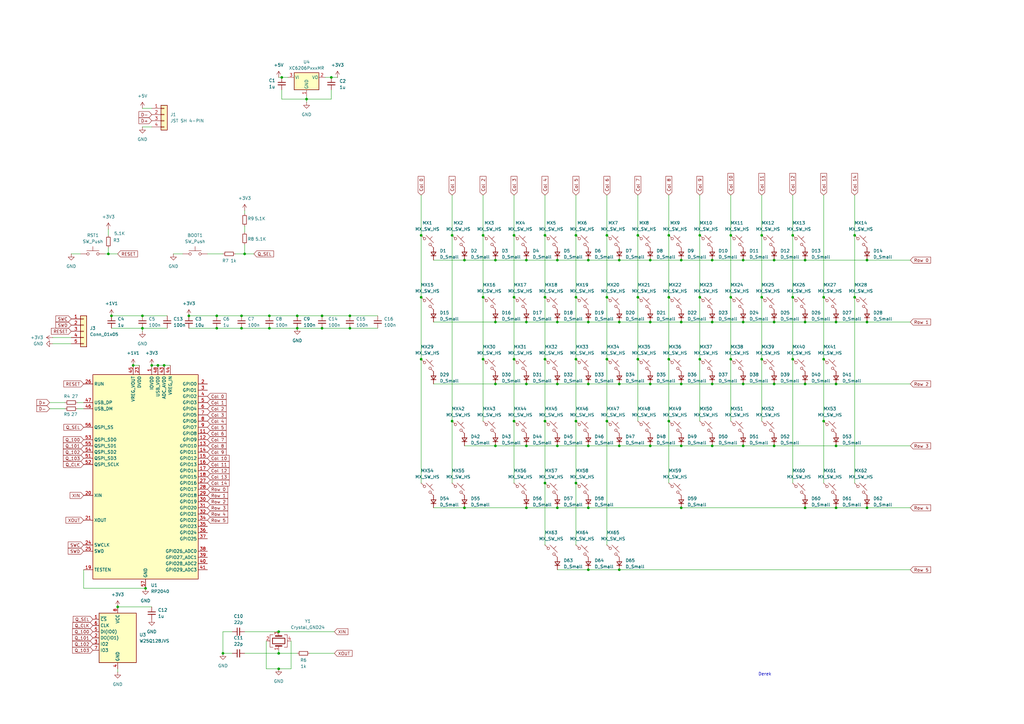
<source format=kicad_sch>
(kicad_sch (version 20231120) (generator "eeschema") (generator_version "8.0")
  (paper "A3")
  (lib_symbols
    (symbol "Connector_Generic:Conn_01x04" (pin_names (offset 1.016) hide)
      (property "Reference" "J" (at 0 5.08 0))
      (property "Value" "Conn_01x04" (at 0 -7.62 0))
      (symbol "Conn_01x04_1_1"
        (pin passive line (at -5.08 2.54 0) (length 3.81) (name "Pin_1") (number "1"))
        (pin passive line (at -5.08 0 0) (length 3.81) (name "Pin_2") (number "2"))
        (pin passive line (at -5.08 -2.54 0) (length 3.81) (name "Pin_3") (number "3"))
        (pin passive line (at -5.08 -5.08 0) (length 3.81) (name "Pin_4") (number "4"))
      )
    )
    (symbol "Connector_Generic:Conn_01x05" (pin_names (offset 1.016) hide)
      (property "Reference" "J" (at 0 7.62 0))
      (property "Value" "Conn_01x05" (at 0 -7.62 0))
      (symbol "Conn_01x05_1_1"
        (pin passive line (at -5.08 5.08 0) (length 3.81) (name "Pin_1") (number "1"))
        (pin passive line (at -5.08 2.54 0) (length 3.81) (name "Pin_2") (number "2"))
        (pin passive line (at -5.08 0 0) (length 3.81) (name "Pin_3") (number "3"))
        (pin passive line (at -5.08 -2.54 0) (length 3.81) (name "Pin_4") (number "4"))
        (pin passive line (at -5.08 -5.08 0) (length 3.81) (name "Pin_5") (number "5"))
      )
    )
    (symbol "Device:C_Small" (pin_numbers hide) (pin_names (offset 0.254) hide)
      (property "Reference" "C" (at 0.254 1.778 0))
      (property "Value" "C_Small" (at 0.254 -2.032 0))
      (symbol "C_Small_1_1"
        (pin passive line (at 0 2.54 270) (length 2.032) (name "~") (number "1"))
        (pin passive line (at 0 -2.54 90) (length 2.032) (name "~") (number "2"))
      )
    )
    (symbol "Device:Crystal_GND24" (pin_names (offset 1.016) hide)
      (property "Reference" "Y" (at 3.175 5.08 0))
      (property "Value" "Crystal_GND24" (at 3.175 3.175 0))
      (symbol "Crystal_GND24_1_1"
        (pin passive line (at -3.81 0 0) (length 1.27) (name "1") (number "1"))
        (pin passive line (at 0 5.08 270) (length 1.27) (name "2") (number "2"))
        (pin passive line (at 3.81 0 180) (length 1.27) (name "3") (number "3"))
        (pin passive line (at 0 -5.08 90) (length 1.27) (name "4") (number "4"))
      )
    )
    (symbol "Device:D_Small" (pin_numbers hide) (pin_names (offset 0.254) hide)
      (property "Reference" "D" (at -1.27 2.032 0))
      (property "Value" "D_Small" (at -3.81 -2.032 0))
      (symbol "D_Small_1_1"
        (pin passive line (at -2.54 0 0) (length 1.778) (name "K") (number "1"))
        (pin passive line (at 2.54 0 180) (length 1.778) (name "A") (number "2"))
      )
    )
    (symbol "Device:R_Small" (pin_numbers hide) (pin_names (offset 0.254) hide)
      (property "Reference" "R" (at 0.762 0.508 0))
      (property "Value" "R_Small" (at 0.762 -1.016 0))
      (symbol "R_Small_1_1"
        (pin passive line (at 0 2.54 270) (length 0.762) (name "~") (number "1"))
        (pin passive line (at 0 -2.54 90) (length 0.762) (name "~") (number "2"))
      )
    )
    (symbol "MCU_RaspberryPi:RP2040"
      (property "Reference" "U" (at 17.78 45.72 0))
      (property "Value" "RP2040" (at 17.78 43.18 0))
      (symbol "RP2040_1_1"
        (pin power_in line (at 2.54 45.72 270) (length 3.81) (name "IOVDD") (number "1"))
        (pin passive line (at 2.54 45.72 270) (length 3.81) hide (name "IOVDD") (number "10"))
        (pin bidirectional line (at 25.4 17.78 180) (length 3.81) (name "GPIO8") (number "11"))
        (pin bidirectional line (at 25.4 15.24 180) (length 3.81) (name "GPIO9") (number "12"))
        (pin bidirectional line (at 25.4 12.7 180) (length 3.81) (name "GPIO10") (number "13"))
        (pin bidirectional line (at 25.4 10.16 180) (length 3.81) (name "GPIO11") (number "14"))
        (pin bidirectional line (at 25.4 7.62 180) (length 3.81) (name "GPIO12") (number "15"))
        (pin bidirectional line (at 25.4 5.08 180) (length 3.81) (name "GPIO13") (number "16"))
        (pin bidirectional line (at 25.4 2.54 180) (length 3.81) (name "GPIO14") (number "17"))
        (pin bidirectional line (at 25.4 0 180) (length 3.81) (name "GPIO15") (number "18"))
        (pin input line (at -25.4 -38.1 0) (length 3.81) (name "TESTEN") (number "19"))
        (pin bidirectional line (at 25.4 38.1 180) (length 3.81) (name "GPIO0") (number "2"))
        (pin input line (at -25.4 -7.62 0) (length 3.81) (name "XIN") (number "20"))
        (pin passive line (at -25.4 -17.78 0) (length 3.81) (name "XOUT") (number "21"))
        (pin passive line (at 2.54 45.72 270) (length 3.81) hide (name "IOVDD") (number "22"))
        (pin power_in line (at -2.54 45.72 270) (length 3.81) (name "DVDD") (number "23"))
        (pin input line (at -25.4 -27.94 0) (length 3.81) (name "SWCLK") (number "24"))
        (pin bidirectional line (at -25.4 -30.48 0) (length 3.81) (name "SWD") (number "25"))
        (pin input line (at -25.4 38.1 0) (length 3.81) (name "RUN") (number "26"))
        (pin bidirectional line (at 25.4 -2.54 180) (length 3.81) (name "GPIO16") (number "27"))
        (pin bidirectional line (at 25.4 -5.08 180) (length 3.81) (name "GPIO17") (number "28"))
        (pin bidirectional line (at 25.4 -7.62 180) (length 3.81) (name "GPIO18") (number "29"))
        (pin bidirectional line (at 25.4 35.56 180) (length 3.81) (name "GPIO1") (number "3"))
        (pin bidirectional line (at 25.4 -10.16 180) (length 3.81) (name "GPIO19") (number "30"))
        (pin bidirectional line (at 25.4 -12.7 180) (length 3.81) (name "GPIO20") (number "31"))
        (pin bidirectional line (at 25.4 -15.24 180) (length 3.81) (name "GPIO21") (number "32"))
        (pin passive line (at 2.54 45.72 270) (length 3.81) hide (name "IOVDD") (number "33"))
        (pin bidirectional line (at 25.4 -17.78 180) (length 3.81) (name "GPIO22") (number "34"))
        (pin bidirectional line (at 25.4 -20.32 180) (length 3.81) (name "GPIO23") (number "35"))
        (pin bidirectional line (at 25.4 -22.86 180) (length 3.81) (name "GPIO24") (number "36"))
        (pin bidirectional line (at 25.4 -25.4 180) (length 3.81) (name "GPIO25") (number "37"))
        (pin bidirectional line (at 25.4 -30.48 180) (length 3.81) (name "GPIO26_ADC0") (number "38"))
        (pin bidirectional line (at 25.4 -33.02 180) (length 3.81) (name "GPIO27_ADC1") (number "39"))
        (pin bidirectional line (at 25.4 33.02 180) (length 3.81) (name "GPIO2") (number "4"))
        (pin bidirectional line (at 25.4 -35.56 180) (length 3.81) (name "GPIO28_ADC2") (number "40"))
        (pin bidirectional line (at 25.4 -38.1 180) (length 3.81) (name "GPIO29_ADC3") (number "41"))
        (pin passive line (at 2.54 45.72 270) (length 3.81) hide (name "IOVDD") (number "42"))
        (pin power_in line (at 7.62 45.72 270) (length 3.81) (name "ADC_AVDD") (number "43"))
        (pin power_in line (at 10.16 45.72 270) (length 3.81) (name "VREG_IN") (number "44"))
        (pin power_out line (at -5.08 45.72 270) (length 3.81) (name "VREG_VOUT") (number "45"))
        (pin bidirectional line (at -25.4 27.94 0) (length 3.81) (name "USB_DM") (number "46"))
        (pin bidirectional line (at -25.4 30.48 0) (length 3.81) (name "USB_DP") (number "47"))
        (pin power_in line (at 5.08 45.72 270) (length 3.81) (name "USB_VDD") (number "48"))
        (pin passive line (at 2.54 45.72 270) (length 3.81) hide (name "IOVDD") (number "49"))
        (pin bidirectional line (at 25.4 30.48 180) (length 3.81) (name "GPIO3") (number "5"))
        (pin passive line (at -2.54 45.72 270) (length 3.81) hide (name "DVDD") (number "50"))
        (pin bidirectional line (at -25.4 7.62 0) (length 3.81) (name "QSPI_SD3") (number "51"))
        (pin output line (at -25.4 5.08 0) (length 3.81) (name "QSPI_SCLK") (number "52"))
        (pin bidirectional line (at -25.4 15.24 0) (length 3.81) (name "QSPI_SD0") (number "53"))
        (pin bidirectional line (at -25.4 10.16 0) (length 3.81) (name "QSPI_SD2") (number "54"))
        (pin bidirectional line (at -25.4 12.7 0) (length 3.81) (name "QSPI_SD1") (number "55"))
        (pin bidirectional line (at -25.4 20.32 0) (length 3.81) (name "QSPI_SS") (number "56"))
        (pin power_in line (at 0 -45.72 90) (length 3.81) (name "GND") (number "57"))
        (pin bidirectional line (at 25.4 27.94 180) (length 3.81) (name "GPIO4") (number "6"))
        (pin bidirectional line (at 25.4 25.4 180) (length 3.81) (name "GPIO5") (number "7"))
        (pin bidirectional line (at 25.4 22.86 180) (length 3.81) (name "GPIO6") (number "8"))
        (pin bidirectional line (at 25.4 20.32 180) (length 3.81) (name "GPIO7") (number "9"))
      )
    )
    (symbol "Memory_Flash:W25Q128JVS"
      (property "Reference" "U" (at -8.89 8.89 0))
      (property "Value" "W25Q128JVS" (at 7.62 8.89 0))
      (symbol "W25Q128JVS_1_1"
        (pin input line (at -10.16 7.62 0) (length 2.54) (name "~{CS}") (number "1"))
        (pin bidirectional line (at -10.16 0 0) (length 2.54) (name "DO(IO1)") (number "2"))
        (pin bidirectional line (at -10.16 -2.54 0) (length 2.54) (name "IO2") (number "3"))
        (pin power_in line (at 0 -12.7 90) (length 2.54) (name "GND") (number "4"))
        (pin bidirectional line (at -10.16 2.54 0) (length 2.54) (name "DI(IO0)") (number "5"))
        (pin input line (at -10.16 5.08 0) (length 2.54) (name "CLK") (number "6"))
        (pin bidirectional line (at -10.16 -5.08 0) (length 2.54) (name "IO3") (number "7"))
        (pin power_in line (at 0 12.7 270) (length 2.54) (name "VCC") (number "8"))
      )
    )
    (symbol "PCM_marbastlib-mx:MX_SW_HS_CPG151101S11" (pin_numbers hide) (pin_names (offset 1.016) hide)
      (property "Reference" "MX" (at 3.048 1.016 0))
      (property "Value" "MX_SW_HS" (at 0 -3.81 0))
      (symbol "MX_SW_HS_CPG151101S11_0_1"
        (pin passive line (at -2.54 2.54 0) (length 0) (name "1") (number "1"))
        (pin passive line (at 2.54 -2.54 180) (length 0) (name "2") (number "2"))
      )
    )
    (symbol "Regulator_Linear:XC6206PxxxMR" (pin_names (offset 0.254))
      (property "Reference" "U" (at -3.81 3.175 0))
      (property "Value" "XC6206PxxxMR" (at 0 3.175 0))
      (symbol "XC6206PxxxMR_1_1"
        (pin power_in line (at 0 -7.62 90) (length 2.54) (name "GND") (number "1"))
        (pin power_out line (at 7.62 0 180) (length 2.54) (name "VO") (number "2"))
        (pin power_in line (at -7.62 0 0) (length 2.54) (name "VI") (number "3"))
      )
    )
    (symbol "Switch:SW_Push" (pin_numbers hide) (pin_names (offset 1.016) hide)
      (property "Reference" "SW" (at 1.27 2.54 0))
      (property "Value" "SW_Push" (at 0 -1.524 0))
      (symbol "SW_Push_0_1"
        (pin passive line (at -5.08 0 0) (length 2.54) (name "1") (number "1"))
        (pin passive line (at 5.08 0 180) (length 2.54) (name "2") (number "2"))
      )
    )
    (symbol "power:+1V1" (power) (pin_numbers hide) (pin_names (offset 0) hide)
      (property "Value" "+1V1" (at 0 3.556 0))
      (symbol "+1V1_1_1"
        (pin power_in line (at 0 0 90) (length 0) (name "~") (number "1"))
      )
    )
    (symbol "power:+3V3" (power) (pin_numbers hide) (pin_names (offset 0) hide)
      (property "Value" "+3V3" (at 0 3.556 0))
      (symbol "+3V3_1_1"
        (pin power_in line (at 0 0 90) (length 0) (name "~") (number "1"))
      )
    )
    (symbol "power:+5V" (power) (pin_numbers hide) (pin_names (offset 0) hide)
      (property "Value" "+5V" (at 0 3.556 0))
      (symbol "+5V_1_1"
        (pin power_in line (at 0 0 90) (length 0) (name "~") (number "1"))
      )
    )
    (symbol "power:GND" (power) (pin_numbers hide) (pin_names (offset 0) hide)
      (property "Value" "GND" (at 0 -3.81 0))
      (symbol "GND_1_1"
        (pin power_in line (at 0 0 270) (length 0) (name "~") (number "1"))
      )
    )
  )
  (junction (at 198.12 96.52))
  (junction (at 185.42 172.72))
  (junction (at 45.72 129.54))
  (junction (at 304.8 182.88))
  (junction (at 304.8 106.68))
  (junction (at 317.5 132.08))
  (junction (at 241.3 182.88))
  (junction (at 261.62 96.52))
  (junction (at 185.42 96.52))
  (junction (at 274.32 121.92))
  (junction (at 254 182.88))
  (junction (at 248.92 121.92))
  (junction (at 132.08 134.62))
  (junction (at 279.4 157.48))
  (junction (at 99.06 134.62))
  (junction (at 317.5 157.48))
  (junction (at 299.72 147.32))
  (junction (at 355.6 132.08))
  (junction (at 342.9 157.48))
  (junction (at 261.62 147.32))
  (junction (at 299.72 96.52))
  (junction (at 236.22 96.52))
  (junction (at 241.3 208.28))
  (junction (at 254 106.68))
  (junction (at 125.73 40.64))
  (junction (at 342.9 132.08))
  (junction (at 215.9 208.28))
  (junction (at 223.52 198.12))
  (junction (at 248.92 172.72))
  (junction (at 210.82 96.52))
  (junction (at 64.77 149.86))
  (junction (at 99.06 129.54))
  (junction (at 287.02 147.32))
  (junction (at 236.22 147.32))
  (junction (at 292.1 132.08))
  (junction (at 325.12 96.52))
  (junction (at 304.8 132.08))
  (junction (at 132.08 129.54))
  (junction (at 337.82 121.92))
  (junction (at 312.42 96.52))
  (junction (at 342.9 208.28))
  (junction (at 236.22 198.12))
  (junction (at 114.3 274.32))
  (junction (at 330.2 132.08))
  (junction (at 241.3 106.68))
  (junction (at 143.51 134.62))
  (junction (at 317.5 106.68))
  (junction (at 54.61 149.86))
  (junction (at 48.26 248.92))
  (junction (at 325.12 147.32))
  (junction (at 115.57 31.75))
  (junction (at 114.3 267.97))
  (junction (at 223.52 172.72))
  (junction (at 110.49 134.62))
  (junction (at 223.52 147.32))
  (junction (at 135.89 31.75))
  (junction (at 254 233.68))
  (junction (at 215.9 182.88))
  (junction (at 279.4 132.08))
  (junction (at 203.2 106.68))
  (junction (at 228.6 208.28))
  (junction (at 266.7 106.68))
  (junction (at 172.72 147.32))
  (junction (at 287.02 121.92))
  (junction (at 292.1 182.88))
  (junction (at 279.4 106.68))
  (junction (at 114.3 259.08))
  (junction (at 325.12 121.92))
  (junction (at 228.6 182.88))
  (junction (at 110.49 129.54))
  (junction (at 210.82 172.72))
  (junction (at 241.3 132.08))
  (junction (at 241.3 233.68))
  (junction (at 266.7 132.08))
  (junction (at 317.5 182.88))
  (junction (at 261.62 121.92))
  (junction (at 248.92 147.32))
  (junction (at 312.42 121.92))
  (junction (at 228.6 157.48))
  (junction (at 203.2 182.88))
  (junction (at 292.1 106.68))
  (junction (at 350.52 96.52))
  (junction (at 342.9 182.88))
  (junction (at 58.42 134.62))
  (junction (at 100.33 104.14))
  (junction (at 210.82 147.32))
  (junction (at 172.72 121.92))
  (junction (at 172.72 96.52))
  (junction (at 330.2 106.68))
  (junction (at 88.9 129.54))
  (junction (at 304.8 157.48))
  (junction (at 241.3 157.48))
  (junction (at 236.22 121.92))
  (junction (at 190.5 106.68))
  (junction (at 203.2 132.08))
  (junction (at 312.42 147.32))
  (junction (at 337.82 172.72))
  (junction (at 254 132.08))
  (junction (at 337.82 147.32))
  (junction (at 215.9 132.08))
  (junction (at 62.23 149.86))
  (junction (at 121.92 134.62))
  (junction (at 279.4 208.28))
  (junction (at 91.44 267.97))
  (junction (at 198.12 147.32))
  (junction (at 190.5 208.28))
  (junction (at 266.7 157.48))
  (junction (at 215.9 106.68))
  (junction (at 236.22 172.72))
  (junction (at 274.32 172.72))
  (junction (at 287.02 96.52))
  (junction (at 274.32 96.52))
  (junction (at 58.42 129.54))
  (junction (at 350.52 121.92))
  (junction (at 223.52 121.92))
  (junction (at 266.7 182.88))
  (junction (at 228.6 132.08))
  (junction (at 292.1 157.48))
  (junction (at 210.82 121.92))
  (junction (at 215.9 157.48))
  (junction (at 143.51 129.54))
  (junction (at 355.6 208.28))
  (junction (at 299.72 121.92))
  (junction (at 67.31 149.86))
  (junction (at 355.6 106.68))
  (junction (at 248.92 96.52))
  (junction (at 44.45 104.14))
  (junction (at 198.12 121.92))
  (junction (at 330.2 208.28))
  (junction (at 77.47 129.54))
  (junction (at 228.6 106.68))
  (junction (at 59.69 241.3))
  (junction (at 88.9 134.62))
  (junction (at 330.2 157.48))
  (junction (at 279.4 182.88))
  (junction (at 274.32 147.32))
  (junction (at 121.92 129.54))
  (junction (at 223.52 96.52))
  (junction (at 203.2 157.48))
  (junction (at 254 157.48))
  (wire (pts (xy 299.72 96.52) (xy 299.72 121.92)))
  (wire (pts (xy 317.5 106.68) (xy 330.2 106.68)))
  (wire (pts (xy 95.25 259.08) (xy 91.44 259.08)))
  (wire (pts (xy 99.06 134.62) (xy 110.49 134.62)))
  (wire (pts (xy 48.26 248.92) (xy 62.23 248.92)))
  (wire (pts (xy 110.49 134.62) (xy 121.92 134.62)))
  (wire (pts (xy 317.5 132.08) (xy 330.2 132.08)))
  (wire (pts (xy 350.52 121.92) (xy 350.52 198.12)))
  (wire (pts (xy 100.33 86.36) (xy 100.33 87.63)))
  (wire (pts (xy 62.23 149.86) (xy 64.77 149.86)))
  (wire (pts (xy 279.4 182.88) (xy 292.1 182.88)))
  (wire (pts (xy 292.1 182.88) (xy 304.8 182.88)))
  (wire (pts (xy 31.75 167.64) (xy 34.29 167.64)))
  (wire (pts (xy 292.1 157.48) (xy 304.8 157.48)))
  (wire (pts (xy 317.5 157.48) (xy 330.2 157.48)))
  (wire (pts (xy 172.72 80.01) (xy 172.72 96.52)))
  (wire (pts (xy 48.26 275.59) (xy 48.26 274.32)))
  (wire (pts (xy 287.02 147.32) (xy 287.02 172.72)))
  (wire (pts (xy 121.92 129.54) (xy 132.08 129.54)))
  (wire (pts (xy 135.89 31.75) (xy 138.43 31.75)))
  (wire (pts (xy 342.9 208.28) (xy 355.6 208.28)))
  (wire (pts (xy 261.62 80.01) (xy 261.62 96.52)))
  (wire (pts (xy 241.3 233.68) (xy 254 233.68)))
  (wire (pts (xy 254 182.88) (xy 266.7 182.88)))
  (wire (pts (xy 100.33 259.08) (xy 114.3 259.08)))
  (wire (pts (xy 119.38 262.89) (xy 119.38 274.32)))
  (wire (pts (xy 261.62 121.92) (xy 261.62 147.32)))
  (wire (pts (xy 274.32 172.72) (xy 274.32 198.12)))
  (wire (pts (xy 223.52 147.32) (xy 223.52 172.72)))
  (wire (pts (xy 241.3 157.48) (xy 254 157.48)))
  (wire (pts (xy 287.02 80.01) (xy 287.02 96.52)))
  (wire (pts (xy 172.72 147.32) (xy 172.72 198.12)))
  (wire (pts (xy 330.2 157.48) (xy 342.9 157.48)))
  (wire (pts (xy 177.8 157.48) (xy 203.2 157.48)))
  (wire (pts (xy 266.7 132.08) (xy 279.4 132.08)))
  (wire (pts (xy 198.12 121.92) (xy 198.12 147.32)))
  (wire (pts (xy 58.42 52.07) (xy 62.23 52.07)))
  (wire (pts (xy 337.82 80.01) (xy 337.82 121.92)))
  (wire (pts (xy 299.72 121.92) (xy 299.72 147.32)))
  (wire (pts (xy 261.62 96.52) (xy 261.62 121.92)))
  (wire (pts (xy 254 132.08) (xy 266.7 132.08)))
  (wire (pts (xy 304.8 132.08) (xy 317.5 132.08)))
  (wire (pts (xy 77.47 129.54) (xy 88.9 129.54)))
  (wire (pts (xy 261.62 147.32) (xy 261.62 172.72)))
  (wire (pts (xy 115.57 40.64) (xy 125.73 40.64)))
  (wire (pts (xy 342.9 157.48) (xy 373.38 157.48)))
  (wire (pts (xy 236.22 80.01) (xy 236.22 96.52)))
  (wire (pts (xy 215.9 208.28) (xy 228.6 208.28)))
  (wire (pts (xy 177.8 208.28) (xy 190.5 208.28)))
  (wire (pts (xy 203.2 132.08) (xy 215.9 132.08)))
  (wire (pts (xy 88.9 129.54) (xy 99.06 129.54)))
  (wire (pts (xy 304.8 182.88) (xy 317.5 182.88)))
  (wire (pts (xy 304.8 157.48) (xy 317.5 157.48)))
  (wire (pts (xy 248.92 121.92) (xy 248.92 147.32)))
  (wire (pts (xy 115.57 36.83) (xy 115.57 40.64)))
  (wire (pts (xy 44.45 93.98) (xy 44.45 96.52)))
  (wire (pts (xy 236.22 147.32) (xy 236.22 172.72)))
  (wire (pts (xy 31.75 165.1) (xy 34.29 165.1)))
  (wire (pts (xy 312.42 147.32) (xy 312.42 172.72)))
  (wire (pts (xy 223.52 121.92) (xy 223.52 147.32)))
  (wire (pts (xy 67.31 149.86) (xy 69.85 149.86)))
  (wire (pts (xy 325.12 96.52) (xy 325.12 121.92)))
  (wire (pts (xy 228.6 157.48) (xy 241.3 157.48)))
  (wire (pts (xy 325.12 80.01) (xy 325.12 96.52)))
  (wire (pts (xy 88.9 134.62) (xy 99.06 134.62)))
  (wire (pts (xy 330.2 132.08) (xy 342.9 132.08)))
  (wire (pts (xy 185.42 80.01) (xy 185.42 96.52)))
  (wire (pts (xy 241.3 182.88) (xy 254 182.88)))
  (wire (pts (xy 287.02 121.92) (xy 287.02 147.32)))
  (wire (pts (xy 279.4 132.08) (xy 292.1 132.08)))
  (wire (pts (xy 312.42 121.92) (xy 312.42 147.32)))
  (wire (pts (xy 299.72 147.32) (xy 299.72 172.72)))
  (wire (pts (xy 45.72 129.54) (xy 58.42 129.54)))
  (wire (pts (xy 121.92 134.62) (xy 132.08 134.62)))
  (wire (pts (xy 125.73 41.91) (xy 125.73 40.64)))
  (wire (pts (xy 304.8 106.68) (xy 317.5 106.68)))
  (wire (pts (xy 143.51 129.54) (xy 154.94 129.54)))
  (wire (pts (xy 48.26 104.14) (xy 44.45 104.14)))
  (wire (pts (xy 223.52 172.72) (xy 223.52 198.12)))
  (wire (pts (xy 355.6 132.08) (xy 373.38 132.08)))
  (wire (pts (xy 248.92 147.32) (xy 248.92 172.72)))
  (wire (pts (xy 198.12 80.01) (xy 198.12 96.52)))
  (wire (pts (xy 254 157.48) (xy 266.7 157.48)))
  (wire (pts (xy 241.3 132.08) (xy 254 132.08)))
  (wire (pts (xy 96.52 104.14) (xy 100.33 104.14)))
  (wire (pts (xy 210.82 147.32) (xy 210.82 172.72)))
  (wire (pts (xy 132.08 129.54) (xy 143.51 129.54)))
  (wire (pts (xy 114.3 267.97) (xy 121.92 267.97)))
  (wire (pts (xy 190.5 182.88) (xy 203.2 182.88)))
  (wire (pts (xy 185.42 96.52) (xy 185.42 172.72)))
  (wire (pts (xy 342.9 132.08) (xy 355.6 132.08)))
  (wire (pts (xy 274.32 147.32) (xy 274.32 172.72)))
  (wire (pts (xy 172.72 121.92) (xy 172.72 147.32)))
  (wire (pts (xy 342.9 182.88) (xy 373.38 182.88)))
  (wire (pts (xy 21.59 138.43) (xy 29.21 138.43)))
  (wire (pts (xy 64.77 149.86) (xy 67.31 149.86)))
  (wire (pts (xy 99.06 129.54) (xy 110.49 129.54)))
  (wire (pts (xy 223.52 198.12) (xy 223.52 223.52)))
  (wire (pts (xy 254 106.68) (xy 266.7 106.68)))
  (wire (pts (xy 266.7 182.88) (xy 279.4 182.88)))
  (wire (pts (xy 114.3 259.08) (xy 137.16 259.08)))
  (wire (pts (xy 177.8 106.68) (xy 190.5 106.68)))
  (wire (pts (xy 210.82 96.52) (xy 210.82 121.92)))
  (wire (pts (xy 114.3 266.7) (xy 114.3 267.97)))
  (wire (pts (xy 190.5 106.68) (xy 203.2 106.68)))
  (wire (pts (xy 85.09 104.14) (xy 91.44 104.14)))
  (wire (pts (xy 330.2 106.68) (xy 355.6 106.68)))
  (wire (pts (xy 241.3 106.68) (xy 254 106.68)))
  (wire (pts (xy 228.6 233.68) (xy 241.3 233.68)))
  (wire (pts (xy 115.57 31.75) (xy 118.11 31.75)))
  (wire (pts (xy 241.3 208.28) (xy 279.4 208.28)))
  (wire (pts (xy 312.42 96.52) (xy 312.42 121.92)))
  (wire (pts (xy 215.9 106.68) (xy 228.6 106.68)))
  (wire (pts (xy 203.2 182.88) (xy 215.9 182.88)))
  (wire (pts (xy 355.6 208.28) (xy 373.38 208.28)))
  (wire (pts (xy 210.82 121.92) (xy 210.82 147.32)))
  (wire (pts (xy 71.12 104.14) (xy 74.93 104.14)))
  (wire (pts (xy 337.82 121.92) (xy 337.82 147.32)))
  (wire (pts (xy 29.21 104.14) (xy 33.02 104.14)))
  (wire (pts (xy 114.3 31.75) (xy 115.57 31.75)))
  (wire (pts (xy 279.4 106.68) (xy 292.1 106.68)))
  (wire (pts (xy 100.33 100.33) (xy 100.33 104.14)))
  (wire (pts (xy 34.29 241.3) (xy 59.69 241.3)))
  (wire (pts (xy 279.4 157.48) (xy 292.1 157.48)))
  (wire (pts (xy 125.73 40.64) (xy 125.73 39.37)))
  (wire (pts (xy 44.45 104.14) (xy 43.18 104.14)))
  (wire (pts (xy 44.45 101.6) (xy 44.45 104.14)))
  (wire (pts (xy 135.89 36.83) (xy 135.89 40.64)))
  (wire (pts (xy 350.52 96.52) (xy 350.52 121.92)))
  (wire (pts (xy 210.82 172.72) (xy 210.82 198.12)))
  (wire (pts (xy 330.2 208.28) (xy 342.9 208.28)))
  (wire (pts (xy 54.61 149.86) (xy 57.15 149.86)))
  (wire (pts (xy 279.4 208.28) (xy 330.2 208.28)))
  (wire (pts (xy 292.1 106.68) (xy 304.8 106.68)))
  (wire (pts (xy 248.92 80.01) (xy 248.92 96.52)))
  (wire (pts (xy 325.12 121.92) (xy 325.12 147.32)))
  (wire (pts (xy 190.5 208.28) (xy 215.9 208.28)))
  (wire (pts (xy 350.52 80.01) (xy 350.52 96.52)))
  (wire (pts (xy 215.9 157.48) (xy 228.6 157.48)))
  (wire (pts (xy 45.72 134.62) (xy 58.42 134.62)))
  (wire (pts (xy 266.7 157.48) (xy 279.4 157.48)))
  (wire (pts (xy 91.44 259.08) (xy 91.44 267.97)))
  (wire (pts (xy 135.89 40.64) (xy 125.73 40.64)))
  (wire (pts (xy 236.22 198.12) (xy 236.22 223.52)))
  (wire (pts (xy 317.5 182.88) (xy 342.9 182.88)))
  (wire (pts (xy 198.12 96.52) (xy 198.12 121.92)))
  (wire (pts (xy 215.9 132.08) (xy 228.6 132.08)))
  (wire (pts (xy 100.33 267.97) (xy 114.3 267.97)))
  (wire (pts (xy 299.72 80.01) (xy 299.72 96.52)))
  (wire (pts (xy 248.92 172.72) (xy 248.92 223.52)))
  (wire (pts (xy 114.3 274.32) (xy 119.38 274.32)))
  (wire (pts (xy 337.82 172.72) (xy 337.82 198.12)))
  (wire (pts (xy 228.6 132.08) (xy 241.3 132.08)))
  (wire (pts (xy 236.22 121.92) (xy 236.22 147.32)))
  (wire (pts (xy 172.72 96.52) (xy 172.72 121.92)))
  (wire (pts (xy 266.7 106.68) (xy 279.4 106.68)))
  (wire (pts (xy 34.29 233.68) (xy 34.29 241.3)))
  (wire (pts (xy 274.32 80.01) (xy 274.32 96.52)))
  (wire (pts (xy 109.22 274.32) (xy 114.3 274.32)))
  (wire (pts (xy 210.82 80.01) (xy 210.82 96.52)))
  (wire (pts (xy 312.42 80.01) (xy 312.42 96.52)))
  (wire (pts (xy 20.32 165.1) (xy 26.67 165.1)))
  (wire (pts (xy 58.42 134.62) (xy 68.58 134.62)))
  (wire (pts (xy 223.52 80.01) (xy 223.52 96.52)))
  (wire (pts (xy 203.2 157.48) (xy 215.9 157.48)))
  (wire (pts (xy 248.92 96.52) (xy 248.92 121.92)))
  (wire (pts (xy 185.42 172.72) (xy 185.42 198.12)))
  (wire (pts (xy 143.51 134.62) (xy 154.94 134.62)))
  (wire (pts (xy 58.42 44.45) (xy 62.23 44.45)))
  (wire (pts (xy 228.6 182.88) (xy 241.3 182.88)))
  (wire (pts (xy 228.6 106.68) (xy 241.3 106.68)))
  (wire (pts (xy 292.1 132.08) (xy 304.8 132.08)))
  (wire (pts (xy 21.59 140.97) (xy 29.21 140.97)))
  (wire (pts (xy 274.32 121.92) (xy 274.32 147.32)))
  (wire (pts (xy 274.32 96.52) (xy 274.32 121.92)))
  (wire (pts (xy 223.52 96.52) (xy 223.52 121.92)))
  (wire (pts (xy 177.8 132.08) (xy 203.2 132.08)))
  (wire (pts (xy 133.35 31.75) (xy 135.89 31.75)))
  (wire (pts (xy 215.9 182.88) (xy 228.6 182.88)))
  (wire (pts (xy 100.33 104.14) (xy 104.14 104.14)))
  (wire (pts (xy 203.2 106.68) (xy 215.9 106.68)))
  (wire (pts (xy 127 267.97) (xy 137.16 267.97)))
  (wire (pts (xy 236.22 172.72) (xy 236.22 198.12)))
  (wire (pts (xy 337.82 147.32) (xy 337.82 172.72)))
  (wire (pts (xy 77.47 134.62) (xy 88.9 134.62)))
  (wire (pts (xy 228.6 208.28) (xy 241.3 208.28)))
  (wire (pts (xy 132.08 134.62) (xy 143.51 134.62)))
  (wire (pts (xy 355.6 106.68) (xy 373.38 106.68)))
  (wire (pts (xy 198.12 147.32) (xy 198.12 172.72)))
  (wire (pts (xy 254 233.68) (xy 373.38 233.68)))
  (wire (pts (xy 20.32 167.64) (xy 26.67 167.64)))
  (wire (pts (xy 58.42 129.54) (xy 68.58 129.54)))
  (wire (pts (xy 325.12 147.32) (xy 325.12 198.12)))
  (wire (pts (xy 236.22 96.52) (xy 236.22 121.92)))
  (wire (pts (xy 287.02 96.52) (xy 287.02 121.92)))
  (wire (pts (xy 110.49 129.54) (xy 121.92 129.54)))
  (wire (pts (xy 109.22 262.89) (xy 109.22 274.32)))
  (wire (pts (xy 58.42 134.62) (xy 58.42 135.89)))
  (wire (pts (xy 91.44 267.97) (xy 95.25 267.97)))
  (wire (pts (xy 100.33 92.71) (xy 100.33 95.25)))
  (text "Derek" (at 313.69 276.606 0) (effects (font (size 1.27 1.27))))
  (global_label "Row 2" (shape input) (at 85.09 205.74 0) (property "Intersheetrefs" "${INTERSHEET_REFS}" (effects (hide yes))))
  (global_label "Col 7" (shape input) (at 85.09 180.34 0) (property "Intersheetrefs" "${INTERSHEET_REFS}" (effects (hide yes))))
  (global_label "Col 0" (shape input) (at 85.09 162.56 0) (property "Intersheetrefs" "${INTERSHEET_REFS}" (effects (hide yes))))
  (global_label "D+" (shape input) (at 62.23 49.53 180) (property "Intersheetrefs" "${INTERSHEET_REFS}" (effects (hide yes))))
  (global_label "Q_103" (shape input) (at 34.29 187.96 180) (property "Intersheetrefs" "${INTERSHEET_REFS}" (effects (hide yes))))
  (global_label "Row 0" (shape input) (at 85.09 200.66 0) (property "Intersheetrefs" "${INTERSHEET_REFS}" (effects (hide yes))))
  (global_label "Q_103" (shape input) (at 38.1 266.7 180) (property "Intersheetrefs" "${INTERSHEET_REFS}" (effects (hide yes))))
  (global_label "Col 5" (shape input) (at 85.09 175.26 0) (property "Intersheetrefs" "${INTERSHEET_REFS}" (effects (hide yes))))
  (global_label "Col 9" (shape input) (at 287.02 80.01 90) (property "Intersheetrefs" "${INTERSHEET_REFS}" (effects (hide yes))))
  (global_label "Q_100" (shape input) (at 38.1 259.08 180) (property "Intersheetrefs" "${INTERSHEET_REFS}" (effects (hide yes))))
  (global_label "Col 8" (shape input) (at 274.32 80.01 90) (property "Intersheetrefs" "${INTERSHEET_REFS}" (effects (hide yes))))
  (global_label "Q_101" (shape input) (at 38.1 261.62 180) (property "Intersheetrefs" "${INTERSHEET_REFS}" (effects (hide yes))))
  (global_label "Col 6" (shape input) (at 85.09 177.8 0) (property "Intersheetrefs" "${INTERSHEET_REFS}" (effects (hide yes))))
  (global_label "Q_SEL" (shape input) (at 38.1 254 180) (property "Intersheetrefs" "${INTERSHEET_REFS}" (effects (hide yes))))
  (global_label "Col 10" (shape input) (at 299.72 80.01 90) (property "Intersheetrefs" "${INTERSHEET_REFS}" (effects (hide yes))))
  (global_label "Row 5" (shape input) (at 85.09 213.36 0) (property "Intersheetrefs" "${INTERSHEET_REFS}" (effects (hide yes))))
  (global_label "Row 2" (shape input) (at 373.38 157.48 0) (property "Intersheetrefs" "${INTERSHEET_REFS}" (effects (hide yes))))
  (global_label "SWC" (shape input) (at 29.21 130.81 180) (property "Intersheetrefs" "${INTERSHEET_REFS}" (effects (hide yes))))
  (global_label "Col 4" (shape input) (at 223.52 80.01 90) (property "Intersheetrefs" "${INTERSHEET_REFS}" (effects (hide yes))))
  (global_label "Col 13" (shape input) (at 337.82 80.01 90) (property "Intersheetrefs" "${INTERSHEET_REFS}" (effects (hide yes))))
  (global_label "Col 11" (shape input) (at 312.42 80.01 90) (property "Intersheetrefs" "${INTERSHEET_REFS}" (effects (hide yes))))
  (global_label "Row 0" (shape input) (at 373.38 106.68 0) (property "Intersheetrefs" "${INTERSHEET_REFS}" (effects (hide yes))))
  (global_label "SWD" (shape input) (at 29.21 133.35 180) (property "Intersheetrefs" "${INTERSHEET_REFS}" (effects (hide yes))))
  (global_label "Col 1" (shape input) (at 85.09 165.1 0) (property "Intersheetrefs" "${INTERSHEET_REFS}" (effects (hide yes))))
  (global_label "Row 3" (shape input) (at 85.09 208.28 0) (property "Intersheetrefs" "${INTERSHEET_REFS}" (effects (hide yes))))
  (global_label "Col 1" (shape input) (at 185.42 80.01 90) (property "Intersheetrefs" "${INTERSHEET_REFS}" (effects (hide yes))))
  (global_label "Col 6" (shape input) (at 248.92 80.01 90) (property "Intersheetrefs" "${INTERSHEET_REFS}" (effects (hide yes))))
  (global_label "RESET" (shape input) (at 34.29 157.48 180) (property "Intersheetrefs" "${INTERSHEET_REFS}" (effects (hide yes))))
  (global_label "Col 12" (shape input) (at 325.12 80.01 90) (property "Intersheetrefs" "${INTERSHEET_REFS}" (effects (hide yes))))
  (global_label "SWD" (shape input) (at 34.29 226.06 180) (property "Intersheetrefs" "${INTERSHEET_REFS}" (effects (hide yes))))
  (global_label "Col 14" (shape input) (at 350.52 80.01 90) (property "Intersheetrefs" "${INTERSHEET_REFS}" (effects (hide yes))))
  (global_label "D-" (shape input) (at 20.32 167.64 180) (property "Intersheetrefs" "${INTERSHEET_REFS}" (effects (hide yes))))
  (global_label "XIN" (shape input) (at 34.29 203.2 180) (property "Intersheetrefs" "${INTERSHEET_REFS}" (effects (hide yes))))
  (global_label "Col 5" (shape input) (at 236.22 80.01 90) (property "Intersheetrefs" "${INTERSHEET_REFS}" (effects (hide yes))))
  (global_label "Col 4" (shape input) (at 85.09 172.72 0) (property "Intersheetrefs" "${INTERSHEET_REFS}" (effects (hide yes))))
  (global_label "Q_102" (shape input) (at 38.1 264.16 180) (property "Intersheetrefs" "${INTERSHEET_REFS}" (effects (hide yes))))
  (global_label "Row 1" (shape input) (at 85.09 203.2 0) (property "Intersheetrefs" "${INTERSHEET_REFS}" (effects (hide yes))))
  (global_label "Col 9" (shape input) (at 85.09 185.42 0) (property "Intersheetrefs" "${INTERSHEET_REFS}" (effects (hide yes))))
  (global_label "Row 3" (shape input) (at 373.38 182.88 0) (property "Intersheetrefs" "${INTERSHEET_REFS}" (effects (hide yes))))
  (global_label "Col 13" (shape input) (at 85.09 195.58 0) (property "Intersheetrefs" "${INTERSHEET_REFS}" (effects (hide yes))))
  (global_label "Col 12" (shape input) (at 85.09 193.04 0) (property "Intersheetrefs" "${INTERSHEET_REFS}" (effects (hide yes))))
  (global_label "Row 1" (shape input) (at 373.38 132.08 0) (property "Intersheetrefs" "${INTERSHEET_REFS}" (effects (hide yes))))
  (global_label "D-" (shape input) (at 62.23 46.99 180) (property "Intersheetrefs" "${INTERSHEET_REFS}" (effects (hide yes))))
  (global_label "Q_102" (shape input) (at 34.29 185.42 180) (property "Intersheetrefs" "${INTERSHEET_REFS}" (effects (hide yes))))
  (global_label "Col 10" (shape input) (at 85.09 187.96 0) (property "Intersheetrefs" "${INTERSHEET_REFS}" (effects (hide yes))))
  (global_label "Col 7" (shape input) (at 261.62 80.01 90) (property "Intersheetrefs" "${INTERSHEET_REFS}" (effects (hide yes))))
  (global_label "RESET" (shape input) (at 29.21 135.89 180) (property "Intersheetrefs" "${INTERSHEET_REFS}" (effects (hide yes))))
  (global_label "Q_SEL" (shape input) (at 34.29 175.26 180) (property "Intersheetrefs" "${INTERSHEET_REFS}" (effects (hide yes))))
  (global_label "Col 8" (shape input) (at 85.09 182.88 0) (property "Intersheetrefs" "${INTERSHEET_REFS}" (effects (hide yes))))
  (global_label "SWC" (shape input) (at 34.29 223.52 180) (property "Intersheetrefs" "${INTERSHEET_REFS}" (effects (hide yes))))
  (global_label "XOUT" (shape input) (at 34.29 213.36 180) (property "Intersheetrefs" "${INTERSHEET_REFS}" (effects (hide yes))))
  (global_label "XIN" (shape input) (at 137.16 259.08 0) (property "Intersheetrefs" "${INTERSHEET_REFS}" (effects (hide yes))))
  (global_label "Q_SEL" (shape input) (at 104.14 104.14 0) (property "Intersheetrefs" "${INTERSHEET_REFS}" (effects (hide yes))))
  (global_label "D+" (shape input) (at 20.32 165.1 180) (property "Intersheetrefs" "${INTERSHEET_REFS}" (effects (hide yes))))
  (global_label "Col 2" (shape input) (at 198.12 80.01 90) (property "Intersheetrefs" "${INTERSHEET_REFS}" (effects (hide yes))))
  (global_label "Q_CLK" (shape input) (at 34.29 190.5 180) (property "Intersheetrefs" "${INTERSHEET_REFS}" (effects (hide yes))))
  (global_label "RESET" (shape input) (at 48.26 104.14 0) (property "Intersheetrefs" "${INTERSHEET_REFS}" (effects (hide yes))))
  (global_label "Col 2" (shape input) (at 85.09 167.64 0) (property "Intersheetrefs" "${INTERSHEET_REFS}" (effects (hide yes))))
  (global_label "Col 14" (shape input) (at 85.09 198.12 0) (property "Intersheetrefs" "${INTERSHEET_REFS}" (effects (hide yes))))
  (global_label "Col 0" (shape input) (at 172.72 80.01 90) (property "Intersheetrefs" "${INTERSHEET_REFS}" (effects (hide yes))))
  (global_label "Row 4" (shape input) (at 373.38 208.28 0) (property "Intersheetrefs" "${INTERSHEET_REFS}" (effects (hide yes))))
  (global_label "Q_100" (shape input) (at 34.29 180.34 180) (property "Intersheetrefs" "${INTERSHEET_REFS}" (effects (hide yes))))
  (global_label "Q_CLK" (shape input) (at 38.1 256.54 180) (property "Intersheetrefs" "${INTERSHEET_REFS}" (effects (hide yes))))
  (global_label "Row 4" (shape input) (at 85.09 210.82 0) (property "Intersheetrefs" "${INTERSHEET_REFS}" (effects (hide yes))))
  (global_label "Col 3" (shape input) (at 210.82 80.01 90) (property "Intersheetrefs" "${INTERSHEET_REFS}" (effects (hide yes))))
  (global_label "Row 5" (shape input) (at 373.38 233.68 0) (property "Intersheetrefs" "${INTERSHEET_REFS}" (effects (hide yes))))
  (global_label "Col 11" (shape input) (at 85.09 190.5 0) (property "Intersheetrefs" "${INTERSHEET_REFS}" (effects (hide yes))))
  (global_label "Col 3" (shape input) (at 85.09 170.18 0) (property "Intersheetrefs" "${INTERSHEET_REFS}" (effects (hide yes))))
  (global_label "XOUT" (shape input) (at 137.16 267.97 0) (property "Intersheetrefs" "${INTERSHEET_REFS}" (effects (hide yes))))
  (global_label "Q_101" (shape input) (at 34.29 182.88 180) (property "Intersheetrefs" "${INTERSHEET_REFS}" (effects (hide yes))))
  (symbol (lib_id "Device:D_Small") (at 215.9 104.14 90) (unit 1)
    (property "Reference" "D4" (at 218.44 102.8699 90) (effects (justify right)))
    (property "Value" "D_Small" (at 218.44 105.4099 90) (effects (justify right)))
    (property "Footprint" "Diode_SMD:D_SOD-123" (effects (hide yes)))
    (property "Description" "Diode, small symbol" (effects (hide yes)))
    (property "Sim.Device" "D" (effects (hide yes)))
    (property "Sim.Pins" "1=K 2=A" (effects (hide yes)))
  )
  (symbol (lib_id "power:GND") (at 114.3 274.32 0) (unit 1)
    (property "Reference" "#PWR023" (effects (hide yes)))
    (property "Value" "GND" (at 114.3 279.4 0))
    (property "Description" "Power symbol creates a global label with name \"GND\" , ground" (effects (hide yes)))
  )
  (symbol (lib_id "PCM_marbastlib-mx:MX_SW_HS_CPG151101S11") (at 314.96 149.86 0) (unit 1)
    (property "Reference" "MX39" (at 314.96 142.24 0))
    (property "Value" "MX_SW_HS" (at 314.96 144.78 0))
    (property "Footprint" "PCM_marbastlib-mx:SW_MX_HS_CPG151101S11_1u" (effects (hide yes)))
    (property "Description" "Push button switch, normally open, two pins, 45° tilted, Kailh CPG151101S11 for Cherry MX style switches" (effects (hide yes)))
  )
  (symbol (lib_id "Device:R_Small") (at 100.33 97.79 180) (unit 1)
    (property "Reference" "R8" (at 102.87 98.044 0))
    (property "Value" "5.1K" (at 106.934 98.044 0))
    (property "Footprint" "Resistor_SMD:R_0402_1005Metric" (effects (hide yes)))
    (property "Description" "Resistor, small symbol" (effects (hide yes)))
  )
  (symbol (lib_id "Device:D_Small") (at 228.6 180.34 90) (unit 1)
    (property "Reference" "D45" (at 231.14 179.0699 90) (effects (justify right)))
    (property "Value" "D_Small" (at 231.14 181.6099 90) (effects (justify right)))
    (property "Footprint" "Diode_SMD:D_SOD-123" (effects (hide yes)))
    (property "Description" "Diode, small symbol" (effects (hide yes)))
    (property "Sim.Device" "D" (effects (hide yes)))
    (property "Sim.Pins" "1=K 2=A" (effects (hide yes)))
  )
  (symbol (lib_id "Device:R_Small") (at 124.46 267.97 270) (unit 1)
    (property "Reference" "R6" (at 124.46 270.764 90))
    (property "Value" "1k" (at 124.46 273.304 90))
    (property "Footprint" "Resistor_SMD:R_0402_1005Metric" (effects (hide yes)))
    (property "Description" "Resistor, small symbol" (effects (hide yes)))
  )
  (symbol (lib_id "Device:D_Small") (at 279.4 205.74 90) (unit 1)
    (property "Reference" "D59" (at 281.94 204.4699 90) (effects (justify right)))
    (property "Value" "D_Small" (at 281.94 207.0099 90) (effects (justify right)))
    (property "Footprint" "Diode_SMD:D_SOD-123" (effects (hide yes)))
    (property "Description" "Diode, small symbol" (effects (hide yes)))
    (property "Sim.Device" "D" (effects (hide yes)))
    (property "Sim.Pins" "1=K 2=A" (effects (hide yes)))
  )
  (symbol (lib_id "power:+3V3") (at 44.45 93.98 0) (unit 1)
    (property "Reference" "#PWR018" (effects (hide yes)))
    (property "Value" "+3V3" (at 44.45 88.9 0))
    (property "Description" "Power symbol creates a global label with name \"+3V3\"" (effects (hide yes)))
  )
  (symbol (lib_id "PCM_marbastlib-mx:MX_SW_HS_CPG151101S11") (at 314.96 124.46 0) (unit 1)
    (property "Reference" "MX25" (at 314.96 116.84 0))
    (property "Value" "MX_SW_HS" (at 314.96 119.38 0))
    (property "Footprint" "PCM_marbastlib-mx:SW_MX_HS_CPG151101S11_1u" (effects (hide yes)))
    (property "Description" "Push button switch, normally open, two pins, 45° tilted, Kailh CPG151101S11 for Cherry MX style switches" (effects (hide yes)))
  )
  (symbol (lib_id "Device:D_Small") (at 241.3 205.74 90) (unit 1)
    (property "Reference" "D58" (at 243.84 204.4699 90) (effects (justify right)))
    (property "Value" "D_Small" (at 243.84 207.0099 90) (effects (justify right)))
    (property "Footprint" "Diode_SMD:D_SOD-123" (effects (hide yes)))
    (property "Description" "Diode, small symbol" (effects (hide yes)))
    (property "Sim.Device" "D" (effects (hide yes)))
    (property "Sim.Pins" "1=K 2=A" (effects (hide yes)))
  )
  (symbol (lib_id "PCM_marbastlib-mx:MX_SW_HS_CPG151101S11") (at 327.66 124.46 0) (unit 1)
    (property "Reference" "MX26" (at 327.66 116.84 0))
    (property "Value" "MX_SW_HS" (at 327.66 119.38 0))
    (property "Footprint" "PCM_marbastlib-mx:SW_MX_HS_CPG151101S11_1u" (effects (hide yes)))
    (property "Description" "Push button switch, normally open, two pins, 45° tilted, Kailh CPG151101S11 for Cherry MX style switches" (effects (hide yes)))
  )
  (symbol (lib_id "Device:D_Small") (at 266.7 129.54 90) (unit 1)
    (property "Reference" "D21" (at 269.24 128.2699 90) (effects (justify right)))
    (property "Value" "D_Small" (at 269.24 130.8099 90) (effects (justify right)))
    (property "Footprint" "Diode_SMD:D_SOD-123" (effects (hide yes)))
    (property "Description" "Diode, small symbol" (effects (hide yes)))
    (property "Sim.Device" "D" (effects (hide yes)))
    (property "Sim.Pins" "1=K 2=A" (effects (hide yes)))
  )
  (symbol (lib_id "PCM_marbastlib-mx:MX_SW_HS_CPG151101S11") (at 289.56 175.26 0) (unit 1)
    (property "Reference" "MX50" (at 289.56 167.64 0))
    (property "Value" "MX_SW_HS" (at 289.56 170.18 0))
    (property "Footprint" "PCM_marbastlib-mx:SW_MX_HS_CPG151101S11_1u" (effects (hide yes)))
    (property "Description" "Push button switch, normally open, two pins, 45° tilted, Kailh CPG151101S11 for Cherry MX style switches" (effects (hide yes)))
  )
  (symbol (lib_id "Device:D_Small") (at 228.6 129.54 90) (unit 1)
    (property "Reference" "D18" (at 231.14 128.2699 90) (effects (justify right)))
    (property "Value" "D_Small" (at 231.14 130.8099 90) (effects (justify right)))
    (property "Footprint" "Diode_SMD:D_SOD-123" (effects (hide yes)))
    (property "Description" "Diode, small symbol" (effects (hide yes)))
    (property "Sim.Device" "D" (effects (hide yes)))
    (property "Sim.Pins" "1=K 2=A" (effects (hide yes)))
  )
  (symbol (lib_id "Device:C_Small") (at 121.92 132.08 0) (unit 1)
    (property "Reference" "C9" (at 124.46 130.8162 0) (effects (justify left)))
    (property "Value" "100n" (at 124.46 133.3562 0) (effects (justify left)))
    (property "Footprint" "Capacitor_SMD:C_0402_1005Metric" (effects (hide yes)))
    (property "Description" "Unpolarized capacitor, small symbol" (effects (hide yes)))
  )
  (symbol (lib_id "PCM_marbastlib-mx:MX_SW_HS_CPG151101S11") (at 226.06 226.06 0) (unit 1)
    (property "Reference" "MX63" (at 226.06 218.44 0))
    (property "Value" "MX_SW_HS" (at 226.06 220.98 0))
    (property "Footprint" "PCM_marbastlib-mx:SW_MX_HS_CPG151101S11_1u" (effects (hide yes)))
    (property "Description" "Push button switch, normally open, two pins, 45° tilted, Kailh CPG151101S11 for Cherry MX style switches" (effects (hide yes)))
  )
  (symbol (lib_id "Device:D_Small") (at 342.9 180.34 90) (unit 1)
    (property "Reference" "D53" (at 345.44 179.0699 90) (effects (justify right)))
    (property "Value" "D_Small" (at 345.44 181.6099 90) (effects (justify right)))
    (property "Footprint" "Diode_SMD:D_SOD-123" (effects (hide yes)))
    (property "Description" "Diode, small symbol" (effects (hide yes)))
    (property "Sim.Device" "D" (effects (hide yes)))
    (property "Sim.Pins" "1=K 2=A" (effects (hide yes)))
  )
  (symbol (lib_id "PCM_marbastlib-mx:MX_SW_HS_CPG151101S11") (at 264.16 149.86 0) (unit 1)
    (property "Reference" "MX35" (at 264.16 142.24 0))
    (property "Value" "MX_SW_HS" (at 264.16 144.78 0))
    (property "Footprint" "PCM_marbastlib-mx:SW_MX_HS_CPG151101S11_1u" (effects (hide yes)))
    (property "Description" "Push button switch, normally open, two pins, 45° tilted, Kailh CPG151101S11 for Cherry MX style switches" (effects (hide yes)))
  )
  (symbol (lib_id "Device:D_Small") (at 203.2 104.14 90) (unit 1)
    (property "Reference" "D3" (at 205.74 102.8699 90) (effects (justify right)))
    (property "Value" "D_Small" (at 205.74 105.4099 90) (effects (justify right)))
    (property "Footprint" "Diode_SMD:D_SOD-123" (effects (hide yes)))
    (property "Description" "Diode, small symbol" (effects (hide yes)))
    (property "Sim.Device" "D" (effects (hide yes)))
    (property "Sim.Pins" "1=K 2=A" (effects (hide yes)))
  )
  (symbol (lib_id "Switch:SW_Push") (at 38.1 104.14 0) (unit 1)
    (property "Reference" "RST1" (at 38.1 96.52 0))
    (property "Value" "SW_Push" (at 38.1 99.06 0))
    (property "Footprint" "Button_Switch_SMD:SW_SPST_TL3342" (effects (hide yes)))
    (property "Description" "Push button switch, generic, two pins" (effects (hide yes)))
  )
  (symbol (lib_id "Device:D_Small") (at 266.7 104.14 90) (unit 1)
    (property "Reference" "D8" (at 269.24 102.8699 90) (effects (justify right)))
    (property "Value" "D_Small" (at 269.24 105.4099 90) (effects (justify right)))
    (property "Footprint" "Diode_SMD:D_SOD-123" (effects (hide yes)))
    (property "Description" "Diode, small symbol" (effects (hide yes)))
    (property "Sim.Device" "D" (effects (hide yes)))
    (property "Sim.Pins" "1=K 2=A" (effects (hide yes)))
  )
  (symbol (lib_id "PCM_marbastlib-mx:MX_SW_HS_CPG151101S11") (at 340.36 175.26 0) (unit 1)
    (property "Reference" "MX53" (at 340.36 167.64 0))
    (property "Value" "MX_SW_HS" (at 340.36 170.18 0))
    (property "Footprint" "PCM_marbastlib-mx:SW_MX_HS_CPG151101S11_1u" (effects (hide yes)))
    (property "Description" "Push button switch, normally open, two pins, 45° tilted, Kailh CPG151101S11 for Cherry MX style switches" (effects (hide yes)))
  )
  (symbol (lib_id "Device:D_Small") (at 304.8 129.54 90) (unit 1)
    (property "Reference" "D24" (at 307.34 128.2699 90) (effects (justify right)))
    (property "Value" "D_Small" (at 307.34 130.8099 90) (effects (justify right)))
    (property "Footprint" "Diode_SMD:D_SOD-123" (effects (hide yes)))
    (property "Description" "Diode, small symbol" (effects (hide yes)))
    (property "Sim.Device" "D" (effects (hide yes)))
    (property "Sim.Pins" "1=K 2=A" (effects (hide yes)))
  )
  (symbol (lib_id "Device:D_Small") (at 190.5 104.14 90) (unit 1)
    (property "Reference" "D2" (at 193.04 102.8699 90) (effects (justify right)))
    (property "Value" "D_Small" (at 193.04 105.4099 90) (effects (justify right)))
    (property "Footprint" "Diode_SMD:D_SOD-123" (effects (hide yes)))
    (property "Description" "Diode, small symbol" (effects (hide yes)))
    (property "Sim.Device" "D" (effects (hide yes)))
    (property "Sim.Pins" "1=K 2=A" (effects (hide yes)))
  )
  (symbol (lib_id "PCM_marbastlib-mx:MX_SW_HS_CPG151101S11") (at 187.96 200.66 0) (unit 1)
    (property "Reference" "MX55" (at 187.96 193.04 0))
    (property "Value" "MX_SW_HS" (at 187.96 195.58 0))
    (property "Footprint" "PCM_marbastlib-mx:SW_MX_HS_CPG151101S11_1.25u" (effects (hide yes)))
    (property "Description" "Push button switch, normally open, two pins, 45° tilted, Kailh CPG151101S11 for Cherry MX style switches" (effects (hide yes)))
  )
  (symbol (lib_id "Device:C_Small") (at 58.42 132.08 0) (unit 1)
    (property "Reference" "C5" (at 60.96 130.8162 0) (effects (justify left)))
    (property "Value" "100n" (at 60.96 133.3562 0) (effects (justify left)))
    (property "Footprint" "Capacitor_SMD:C_0402_1005Metric" (effects (hide yes)))
    (property "Description" "Unpolarized capacitor, small symbol" (effects (hide yes)))
  )
  (symbol (lib_id "Connector_Generic:Conn_01x04") (at 67.31 46.99 0) (unit 1)
    (property "Reference" "J1" (at 69.85 46.9899 0) (effects (justify left)))
    (property "Value" "JST SH 4-PIN" (at 69.85 49.5299 0) (effects (justify left)))
    (property "Footprint" "Connector_JST:JST_SH_SM04B-SRSS-TB_1x04-1MP_P1.00mm_Horizontal" (effects (hide yes)))
    (property "Description" "Generic connector, single row, 01x04, script generated (kicad-library-utils/schlib/autogen/connector/)" (effects (hide yes)))
  )
  (symbol (lib_id "PCM_marbastlib-mx:MX_SW_HS_CPG151101S11") (at 175.26 124.46 0) (unit 1)
    (property "Reference" "MX15" (at 175.26 116.84 0))
    (property "Value" "MX_SW_HS" (at 175.26 119.38 0))
    (property "Footprint" "PCM_marbastlib-mx:SW_MX_HS_CPG151101S11_1.5u" (effects (hide yes)))
    (property "Description" "Push button switch, normally open, two pins, 45° tilted, Kailh CPG151101S11 for Cherry MX style switches" (effects (hide yes)))
  )
  (symbol (lib_id "Device:D_Small") (at 292.1 104.14 90) (unit 1)
    (property "Reference" "D10" (at 294.64 102.8699 90) (effects (justify right)))
    (property "Value" "D_Small" (at 294.64 105.4099 90) (effects (justify right)))
    (property "Footprint" "Diode_SMD:D_SOD-123" (effects (hide yes)))
    (property "Description" "Diode, small symbol" (effects (hide yes)))
    (property "Sim.Device" "D" (effects (hide yes)))
    (property "Sim.Pins" "1=K 2=A" (effects (hide yes)))
  )
  (symbol (lib_id "Device:D_Small") (at 317.5 180.34 90) (unit 1)
    (property "Reference" "D52" (at 320.04 179.0699 90) (effects (justify right)))
    (property "Value" "D_Small" (at 320.04 181.6099 90) (effects (justify right)))
    (property "Footprint" "Diode_SMD:D_SOD-123" (effects (hide yes)))
    (property "Description" "Diode, small symbol" (effects (hide yes)))
    (property "Sim.Device" "D" (effects (hide yes)))
    (property "Sim.Pins" "1=K 2=A" (effects (hide yes)))
  )
  (symbol (lib_id "power:+5V") (at 114.3 31.75 0) (unit 1)
    (property "Reference" "#PWR04" (effects (hide yes)))
    (property "Value" "+5V" (at 114.3 26.67 0))
    (property "Description" "Power symbol creates a global label with name \"+5V\"" (effects (hide yes)))
  )
  (symbol (lib_id "Device:C_Small") (at 88.9 132.08 0) (unit 1)
    (property "Reference" "C6" (at 91.44 130.8162 0) (effects (justify left)))
    (property "Value" "1u" (at 91.44 133.3562 0) (effects (justify left)))
    (property "Footprint" "Capacitor_SMD:C_0402_1005Metric" (effects (hide yes)))
    (property "Description" "Unpolarized capacitor, small symbol" (effects (hide yes)))
  )
  (symbol (lib_id "PCM_marbastlib-mx:MX_SW_HS_CPG151101S11") (at 213.36 149.86 0) (unit 1)
    (property "Reference" "MX31" (at 213.36 142.24 0))
    (property "Value" "MX_SW_HS" (at 213.36 144.78 0))
    (property "Footprint" "PCM_marbastlib-mx:SW_MX_HS_CPG151101S11_1u" (effects (hide yes)))
    (property "Description" "Push button switch, normally open, two pins, 45° tilted, Kailh CPG151101S11 for Cherry MX style switches" (effects (hide yes)))
  )
  (symbol (lib_id "PCM_marbastlib-mx:MX_SW_HS_CPG151101S11") (at 289.56 149.86 0) (unit 1)
    (property "Reference" "MX37" (at 289.56 142.24 0))
    (property "Value" "MX_SW_HS" (at 289.56 144.78 0))
    (property "Footprint" "PCM_marbastlib-mx:SW_MX_HS_CPG151101S11_1u" (effects (hide yes)))
    (property "Description" "Push button switch, normally open, two pins, 45° tilted, Kailh CPG151101S11 for Cherry MX style switches" (effects (hide yes)))
  )
  (symbol (lib_id "PCM_marbastlib-mx:MX_SW_HS_CPG151101S11") (at 251.46 149.86 0) (unit 1)
    (property "Reference" "MX34" (at 251.46 142.24 0))
    (property "Value" "MX_SW_HS" (at 251.46 144.78 0))
    (property "Footprint" "PCM_marbastlib-mx:SW_MX_HS_CPG151101S11_1u" (effects (hide yes)))
    (property "Description" "Push button switch, normally open, two pins, 45° tilted, Kailh CPG151101S11 for Cherry MX style switches" (effects (hide yes)))
  )
  (symbol (lib_id "Device:D_Small") (at 355.6 205.74 90) (unit 1)
    (property "Reference" "D62" (at 358.14 204.4699 90) (effects (justify right)))
    (property "Value" "D_Small" (at 358.14 207.0099 90) (effects (justify right)))
    (property "Footprint" "Diode_SMD:D_SOD-123" (effects (hide yes)))
    (property "Description" "Diode, small symbol" (effects (hide yes)))
    (property "Sim.Device" "D" (effects (hide yes)))
    (property "Sim.Pins" "1=K 2=A" (effects (hide yes)))
  )
  (symbol (lib_id "Device:D_Small") (at 317.5 154.94 90) (unit 1)
    (property "Reference" "D39" (at 320.04 153.6699 90) (effects (justify right)))
    (property "Value" "D_Small" (at 320.04 156.2099 90) (effects (justify right)))
    (property "Footprint" "Diode_SMD:D_SOD-123" (effects (hide yes)))
    (property "Description" "Diode, small symbol" (effects (hide yes)))
    (property "Sim.Device" "D" (effects (hide yes)))
    (property "Sim.Pins" "1=K 2=A" (effects (hide yes)))
  )
  (symbol (lib_id "Device:D_Small") (at 317.5 104.14 90) (unit 1)
    (property "Reference" "D12" (at 320.04 102.8699 90) (effects (justify right)))
    (property "Value" "D_Small" (at 320.04 105.4099 90) (effects (justify right)))
    (property "Footprint" "Diode_SMD:D_SOD-123" (effects (hide yes)))
    (property "Description" "Diode, small symbol" (effects (hide yes)))
    (property "Sim.Device" "D" (effects (hide yes)))
    (property "Sim.Pins" "1=K 2=A" (effects (hide yes)))
  )
  (symbol (lib_id "PCM_marbastlib-mx:MX_SW_HS_CPG151101S11") (at 251.46 226.06 0) (unit 1)
    (property "Reference" "MX65" (at 251.46 218.44 0))
    (property "Value" "MX_SW_HS" (at 251.46 220.98 0))
    (property "Footprint" "PCM_marbastlib-mx:SW_MX_HS_CPG151101S11_1u" (effects (hide yes)))
    (property "Description" "Push button switch, normally open, two pins, 45° tilted, Kailh CPG151101S11 for Cherry MX style switches" (effects (hide yes)))
  )
  (symbol (lib_id "power:+3V3") (at 100.33 86.36 0) (unit 1)
    (property "Reference" "#PWR029" (effects (hide yes)))
    (property "Value" "+3V3" (at 100.33 81.28 0))
    (property "Description" "Power symbol creates a global label with name \"+3V3\"" (effects (hide yes)))
  )
  (symbol (lib_id "PCM_marbastlib-mx:MX_SW_HS_CPG151101S11") (at 200.66 124.46 0) (unit 1)
    (property "Reference" "MX16" (at 200.66 116.84 0))
    (property "Value" "MX_SW_HS" (at 200.66 119.38 0))
    (property "Footprint" "PCM_marbastlib-mx:SW_MX_HS_CPG151101S11_1u" (effects (hide yes)))
    (property "Description" "Push button switch, normally open, two pins, 45° tilted, Kailh CPG151101S11 for Cherry MX style switches" (effects (hide yes)))
  )
  (symbol (lib_id "Memory_Flash:W25Q128JVS") (at 48.26 261.62 0) (unit 1)
    (property "Reference" "U3" (at 57.15 260.3499 0) (effects (justify left)))
    (property "Value" "W25Q128JVS" (at 57.15 262.8899 0) (effects (justify left)))
    (property "Footprint" "Package_SO:SOIC-8_5.23x5.23mm_P1.27mm" (effects (hide yes)))
    (property "Datasheet" "http://www.winbond.com/resource-files/w25q128jv_dtr%20revc%2003272018%20plus.pdf" (effects (hide yes)))
    (property "Description" "128Mb Serial Flash Memory, Standard/Dual/Quad SPI, SOIC-8" (effects (hide yes)))
  )
  (symbol (lib_id "power:GND") (at 91.44 267.97 0) (unit 1)
    (property "Reference" "#PWR024" (effects (hide yes)))
    (property "Value" "GND" (at 91.44 273.05 0))
    (property "Description" "Power symbol creates a global label with name \"GND\" , ground" (effects (hide yes)))
  )
  (symbol (lib_id "Device:D_Small") (at 215.9 129.54 90) (unit 1)
    (property "Reference" "D17" (at 218.44 128.2699 90) (effects (justify right)))
    (property "Value" "D_Small" (at 218.44 130.8099 90) (effects (justify right)))
    (property "Footprint" "Diode_SMD:D_SOD-123" (effects (hide yes)))
    (property "Description" "Diode, small symbol" (effects (hide yes)))
    (property "Sim.Device" "D" (effects (hide yes)))
    (property "Sim.Pins" "1=K 2=A" (effects (hide yes)))
  )
  (symbol (lib_id "Device:C_Small") (at 45.72 132.08 0) (unit 1)
    (property "Reference" "C4" (at 48.26 130.8162 0) (effects (justify left)))
    (property "Value" "1u" (at 48.26 133.3562 0) (effects (justify left)))
    (property "Footprint" "Capacitor_SMD:C_0402_1005Metric" (effects (hide yes)))
    (property "Description" "Unpolarized capacitor, small symbol" (effects (hide yes)))
  )
  (symbol (lib_id "PCM_marbastlib-mx:MX_SW_HS_CPG151101S11") (at 238.76 226.06 0) (unit 1)
    (property "Reference" "MX64" (at 238.76 218.44 0))
    (property "Value" "MX_SW_HS" (at 238.76 220.98 0))
    (property "Footprint" "PCM_marbastlib-mx:SW_MX_HS_CPG151101S11_1u" (effects (hide yes)))
    (property "Description" "Push button switch, normally open, two pins, 45° tilted, Kailh CPG151101S11 for Cherry MX style switches" (effects (hide yes)))
  )
  (symbol (lib_id "Device:D_Small") (at 266.7 154.94 90) (unit 1)
    (property "Reference" "D35" (at 269.24 153.6699 90) (effects (justify right)))
    (property "Value" "D_Small" (at 269.24 156.2099 90) (effects (justify right)))
    (property "Footprint" "Diode_SMD:D_SOD-123" (effects (hide yes)))
    (property "Description" "Diode, small symbol" (effects (hide yes)))
    (property "Sim.Device" "D" (effects (hide yes)))
    (property "Sim.Pins" "1=K 2=A" (effects (hide yes)))
  )
  (symbol (lib_id "Device:C_Small") (at 132.08 132.08 0) (unit 1)
    (property "Reference" "C14" (at 134.62 130.8162 0) (effects (justify left)))
    (property "Value" "100n" (at 134.62 133.3562 0) (effects (justify left)))
    (property "Footprint" "Capacitor_SMD:C_0402_1005Metric" (effects (hide yes)))
    (property "Description" "Unpolarized capacitor, small symbol" (effects (hide yes)))
  )
  (symbol (lib_id "power:GND") (at 59.69 241.3 0) (unit 1)
    (property "Reference" "#PWR020" (effects (hide yes)))
    (property "Value" "GND" (at 59.69 246.38 0))
    (property "Description" "Power symbol creates a global label with name \"GND\" , ground" (effects (hide yes)))
  )
  (symbol (lib_id "power:GND") (at 58.42 52.07 0) (unit 1)
    (property "Reference" "#PWR08" (effects (hide yes)))
    (property "Value" "GND" (at 58.42 57.15 0))
    (property "Description" "Power symbol creates a global label with name \"GND\" , ground" (effects (hide yes)))
  )
  (symbol (lib_id "Device:R_Small") (at 29.21 167.64 90) (unit 1)
    (property "Reference" "R5" (at 27.432 169.926 90))
    (property "Value" "27" (at 30.48 169.926 90))
    (property "Footprint" "Resistor_SMD:R_0402_1005Metric" (effects (hide yes)))
    (property "Description" "Resistor, small symbol" (effects (hide yes)))
  )
  (symbol (lib_id "PCM_marbastlib-mx:MX_SW_HS_CPG151101S11") (at 276.86 200.66 0) (unit 1)
    (property "Reference" "MX59" (at 276.86 193.04 0))
    (property "Value" "MX_SW_HS" (at 276.86 195.58 0))
    (property "Footprint" "PCM_marbastlib-mx:SW_MX_HS_CPG151101S11_1u" (effects (hide yes)))
    (property "Description" "Push button switch, normally open, two pins, 45° tilted, Kailh CPG151101S11 for Cherry MX style switches" (effects (hide yes)))
  )
  (symbol (lib_id "MCU_RaspberryPi:RP2040") (at 59.69 195.58 0) (unit 1)
    (property "Reference" "U1" (at 61.8841 240.03 0) (effects (justify left)))
    (property "Value" "RP2040" (at 61.8841 242.57 0) (effects (justify left)))
    (property "Footprint" "Package_DFN_QFN:QFN-56-1EP_7x7mm_P0.4mm_EP3.2x3.2mm" (effects (hide yes)))
    (property "Datasheet" "https://datasheets.raspberrypi.com/rp2040/rp2040-datasheet.pdf" (effects (hide yes)))
    (property "Description" "A microcontroller by Raspberry Pi" (effects (hide yes)))
  )
  (symbol (lib_id "PCM_marbastlib-mx:MX_SW_HS_CPG151101S11") (at 340.36 149.86 0) (unit 1)
    (property "Reference" "MX41" (at 340.36 142.24 0))
    (property "Value" "MX_SW_HS" (at 340.36 144.78 0))
    (property "Footprint" "PCM_marbastlib-mx:SW_MX_HS_CPG151101S11_1u" (effects (hide yes)))
    (property "Description" "Push button switch, normally open, two pins, 45° tilted, Kailh CPG151101S11 for Cherry MX style switches" (effects (hide yes)))
  )
  (symbol (lib_id "Device:D_Small") (at 241.3 104.14 90) (unit 1)
    (property "Reference" "D6" (at 243.84 102.8699 90) (effects (justify right)))
    (property "Value" "D_Small" (at 243.84 105.4099 90) (effects (justify right)))
    (property "Footprint" "Diode_SMD:D_SOD-123" (effects (hide yes)))
    (property "Description" "Diode, small symbol" (effects (hide yes)))
    (property "Sim.Device" "D" (effects (hide yes)))
    (property "Sim.Pins" "1=K 2=A" (effects (hide yes)))
  )
  (symbol (lib_id "PCM_marbastlib-mx:MX_SW_HS_CPG151101S11") (at 226.06 200.66 0) (unit 1)
    (property "Reference" "MX57" (at 226.06 193.04 0))
    (property "Value" "MX_SW_HS" (at 226.06 195.58 0))
    (property "Footprint" "PCM_marbastlib-mx:SW_MX_HS_CPG151101S11_1u" (effects (hide yes)))
    (property "Description" "Push button switch, normally open, two pins, 45° tilted, Kailh CPG151101S11 for Cherry MX style switches" (effects (hide yes)))
  )
  (symbol (lib_id "PCM_marbastlib-mx:MX_SW_HS_CPG151101S11") (at 238.76 99.06 0) (unit 1)
    (property "Reference" "MX6" (at 238.76 91.44 0))
    (property "Value" "MX_SW_HS" (at 238.76 93.98 0))
    (property "Footprint" "PCM_marbastlib-mx:SW_MX_HS_CPG151101S11_1u" (effects (hide yes)))
    (property "Description" "Push button switch, normally open, two pins, 45° tilted, Kailh CPG151101S11 for Cherry MX style switches" (effects (hide yes)))
  )
  (symbol (lib_id "PCM_marbastlib-mx:MX_SW_HS_CPG151101S11") (at 213.36 200.66 0) (unit 1)
    (property "Reference" "MX56" (at 213.36 193.04 0))
    (property "Value" "MX_SW_HS" (at 213.36 195.58 0))
    (property "Footprint" "PCM_marbastlib-mx:SW_MX_HS_CPG151101S11_1.25u" (effects (hide yes)))
    (property "Description" "Push button switch, normally open, two pins, 45° tilted, Kailh CPG151101S11 for Cherry MX style switches" (effects (hide yes)))
  )
  (symbol (lib_id "PCM_marbastlib-mx:MX_SW_HS_CPG151101S11") (at 226.06 175.26 0) (unit 1)
    (property "Reference" "MX45" (at 226.06 167.64 0))
    (property "Value" "MX_SW_HS" (at 226.06 170.18 0))
    (property "Footprint" "PCM_marbastlib-mx:SW_MX_HS_CPG151101S11_1u" (effects (hide yes)))
    (property "Description" "Push button switch, normally open, two pins, 45° tilted, Kailh CPG151101S11 for Cherry MX style switches" (effects (hide yes)))
  )
  (symbol (lib_id "Device:D_Small") (at 203.2 180.34 90) (unit 1)
    (property "Reference" "D43" (at 205.74 179.0699 90) (effects (justify right)))
    (property "Value" "D_Small" (at 205.74 181.6099 90) (effects (justify right)))
    (property "Footprint" "Diode_SMD:D_SOD-123" (effects (hide yes)))
    (property "Description" "Diode, small symbol" (effects (hide yes)))
    (property "Sim.Device" "D" (effects (hide yes)))
    (property "Sim.Pins" "1=K 2=A" (effects (hide yes)))
  )
  (symbol (lib_id "power:+3V3") (at 48.26 248.92 0) (unit 1)
    (property "Reference" "#PWR027" (effects (hide yes)))
    (property "Value" "+3V3" (at 48.26 243.84 0))
    (property "Description" "Power symbol creates a global label with name \"+3V3\"" (effects (hide yes)))
  )
  (symbol (lib_id "PCM_marbastlib-mx:MX_SW_HS_CPG151101S11") (at 226.06 124.46 0) (unit 1)
    (property "Reference" "MX18" (at 226.06 116.84 0))
    (property "Value" "MX_SW_HS" (at 226.06 119.38 0))
    (property "Footprint" "PCM_marbastlib-mx:SW_MX_HS_CPG151101S11_1u" (effects (hide yes)))
    (property "Description" "Push button switch, normally open, two pins, 45° tilted, Kailh CPG151101S11 for Cherry MX style switches" (effects (hide yes)))
  )
  (symbol (lib_id "Device:C_Small") (at 97.79 267.97 90) (unit 1)
    (property "Reference" "C11" (at 97.7963 261.62 90))
    (property "Value" "22p" (at 97.7963 264.16 90))
    (property "Footprint" "Capacitor_SMD:C_0402_1005Metric" (effects (hide yes)))
    (property "Description" "Unpolarized capacitor, small symbol" (effects (hide yes)))
  )
  (symbol (lib_id "PCM_marbastlib-mx:MX_SW_HS_CPG151101S11") (at 302.26 99.06 0) (unit 1)
    (property "Reference" "MX11" (at 302.26 91.44 0))
    (property "Value" "MX_SW_HS" (at 302.26 93.98 0))
    (property "Footprint" "PCM_marbastlib-mx:SW_MX_HS_CPG151101S11_1u" (effects (hide yes)))
    (property "Description" "Push button switch, normally open, two pins, 45° tilted, Kailh CPG151101S11 for Cherry MX style switches" (effects (hide yes)))
  )
  (symbol (lib_id "Device:D_Small") (at 241.3 154.94 90) (unit 1)
    (property "Reference" "D33" (at 243.84 153.6699 90) (effects (justify right)))
    (property "Value" "D_Small" (at 243.84 156.2099 90) (effects (justify right)))
    (property "Footprint" "Diode_SMD:D_SOD-123" (effects (hide yes)))
    (property "Description" "Diode, small symbol" (effects (hide yes)))
    (property "Sim.Device" "D" (effects (hide yes)))
    (property "Sim.Pins" "1=K 2=A" (effects (hide yes)))
  )
  (symbol (lib_id "Device:D_Small") (at 304.8 154.94 90) (unit 1)
    (property "Reference" "D38" (at 307.34 153.6699 90) (effects (justify right)))
    (property "Value" "D_Small" (at 307.34 156.2099 90) (effects (justify right)))
    (property "Footprint" "Diode_SMD:D_SOD-123" (effects (hide yes)))
    (property "Description" "Diode, small symbol" (effects (hide yes)))
    (property "Sim.Device" "D" (effects (hide yes)))
    (property "Sim.Pins" "1=K 2=A" (effects (hide yes)))
  )
  (symbol (lib_id "Device:D_Small") (at 279.4 104.14 90) (unit 1)
    (property "Reference" "D9" (at 281.94 102.8699 90) (effects (justify right)))
    (property "Value" "D_Small" (at 281.94 105.4099 90) (effects (justify right)))
    (property "Footprint" "Diode_SMD:D_SOD-123" (effects (hide yes)))
    (property "Description" "Diode, small symbol" (effects (hide yes)))
    (property "Sim.Device" "D" (effects (hide yes)))
    (property "Sim.Pins" "1=K 2=A" (effects (hide yes)))
  )
  (symbol (lib_id "power:+3V3") (at 77.47 129.54 0) (unit 1)
    (property "Reference" "#PWR014" (effects (hide yes)))
    (property "Value" "+3V3" (at 77.47 124.46 0))
    (property "Description" "Power symbol creates a global label with name \"+3V3\"" (effects (hide yes)))
  )
  (symbol (lib_id "PCM_marbastlib-mx:MX_SW_HS_CPG151101S11") (at 327.66 200.66 0) (unit 1)
    (property "Reference" "MX60" (at 327.66 193.04 0))
    (property "Value" "MX_SW_HS" (at 327.66 195.58 0))
    (property "Footprint" "PCM_marbastlib-mx:SW_MX_HS_CPG151101S11_1u" (effects (hide yes)))
    (property "Description" "Push button switch, normally open, two pins, 45° tilted, Kailh CPG151101S11 for Cherry MX style switches" (effects (hide yes)))
  )
  (symbol (lib_id "Device:D_Small") (at 342.9 205.74 90) (unit 1)
    (property "Reference" "D61" (at 345.44 204.4699 90) (effects (justify right)))
    (property "Value" "D_Small" (at 345.44 207.0099 90) (effects (justify right)))
    (property "Footprint" "Diode_SMD:D_SOD-123" (effects (hide yes)))
    (property "Description" "Diode, small symbol" (effects (hide yes)))
    (property "Sim.Device" "D" (effects (hide yes)))
    (property "Sim.Pins" "1=K 2=A" (effects (hide yes)))
  )
  (symbol (lib_id "power:+5V") (at 58.42 44.45 0) (unit 1)
    (property "Reference" "#PWR02" (effects (hide yes)))
    (property "Value" "+5V" (at 58.42 39.37 0))
    (property "Description" "Power symbol creates a global label with name \"+5V\"" (effects (hide yes)))
  )
  (symbol (lib_id "PCM_marbastlib-mx:MX_SW_HS_CPG151101S11") (at 353.06 200.66 0) (unit 1)
    (property "Reference" "MX62" (at 353.06 193.04 0))
    (property "Value" "MX_SW_HS" (at 353.06 195.58 0))
    (property "Footprint" "PCM_marbastlib-mx:SW_MX_HS_CPG151101S11_1u" (effects (hide yes)))
    (property "Description" "Push button switch, normally open, two pins, 45° tilted, Kailh CPG151101S11 for Cherry MX style switches" (effects (hide yes)))
  )
  (symbol (lib_id "Device:D_Small") (at 266.7 180.34 90) (unit 1)
    (property "Reference" "D48" (at 269.24 179.0699 90) (effects (justify right)))
    (property "Value" "D_Small" (at 269.24 181.6099 90) (effects (justify right)))
    (property "Footprint" "Diode_SMD:D_SOD-123" (effects (hide yes)))
    (property "Description" "Diode, small symbol" (effects (hide yes)))
    (property "Sim.Device" "D" (effects (hide yes)))
    (property "Sim.Pins" "1=K 2=A" (effects (hide yes)))
  )
  (symbol (lib_id "Device:C_Small") (at 62.23 251.46 0) (unit 1)
    (property "Reference" "C12" (at 64.77 250.1962 0) (effects (justify left)))
    (property "Value" "1u" (at 64.77 252.7362 0) (effects (justify left)))
    (property "Footprint" "Capacitor_SMD:C_0402_1005Metric" (effects (hide yes)))
    (property "Description" "Unpolarized capacitor, small symbol" (effects (hide yes)))
  )
  (symbol (lib_id "Device:D_Small") (at 241.3 129.54 90) (unit 1)
    (property "Reference" "D19" (at 243.84 128.2699 90) (effects (justify right)))
    (property "Value" "D_Small" (at 243.84 130.8099 90) (effects (justify right)))
    (property "Footprint" "Diode_SMD:D_SOD-123" (effects (hide yes)))
    (property "Description" "Diode, small symbol" (effects (hide yes)))
    (property "Sim.Device" "D" (effects (hide yes)))
    (property "Sim.Pins" "1=K 2=A" (effects (hide yes)))
  )
  (symbol (lib_id "PCM_marbastlib-mx:MX_SW_HS_CPG151101S11") (at 187.96 99.06 0) (unit 1)
    (property "Reference" "MX2" (at 187.96 91.44 0))
    (property "Value" "MX_SW_HS" (at 187.96 93.98 0))
    (property "Footprint" "PCM_marbastlib-mx:SW_MX_HS_CPG151101S11_1u" (effects (hide yes)))
    (property "Description" "Push button switch, normally open, two pins, 45° tilted, Kailh CPG151101S11 for Cherry MX style switches" (effects (hide yes)))
  )
  (symbol (lib_id "Connector_Generic:Conn_01x05") (at 34.29 135.89 0) (unit 1)
    (property "Reference" "J3" (at 36.83 134.6199 0) (effects (justify left)))
    (property "Value" "Conn_01x05" (at 36.83 137.1599 0) (effects (justify left)))
    (property "Footprint" "Connector_PinHeader_2.54mm:PinHeader_1x05_P2.54mm_Vertical" (effects (hide yes)))
    (property "Description" "Generic connector, single row, 01x05, script generated (kicad-library-utils/schlib/autogen/connector/)" (effects (hide yes)))
  )
  (symbol (lib_id "PCM_marbastlib-mx:MX_SW_HS_CPG151101S11") (at 264.16 175.26 0) (unit 1)
    (property "Reference" "MX48" (at 264.16 167.64 0))
    (property "Value" "MX_SW_HS" (at 264.16 170.18 0))
    (property "Footprint" "PCM_marbastlib-mx:SW_MX_HS_CPG151101S11_1u" (effects (hide yes)))
    (property "Description" "Push button switch, normally open, two pins, 45° tilted, Kailh CPG151101S11 for Cherry MX style switches" (effects (hide yes)))
  )
  (symbol (lib_id "PCM_marbastlib-mx:MX_SW_HS_CPG151101S11") (at 200.66 175.26 0) (unit 1)
    (property "Reference" "MX43" (at 200.66 167.64 0))
    (property "Value" "MX_SW_HS" (at 200.66 170.18 0))
    (property "Footprint" "PCM_marbastlib-mx:SW_MX_HS_CPG151101S11_1u" (effects (hide yes)))
    (property "Description" "Push button switch, normally open, two pins, 45° tilted, Kailh CPG151101S11 for Cherry MX style switches" (effects (hide yes)))
  )
  (symbol (lib_id "PCM_marbastlib-mx:MX_SW_HS_CPG151101S11") (at 226.06 149.86 0) (unit 1)
    (property "Reference" "MX32" (at 226.06 142.24 0))
    (property "Value" "MX_SW_HS" (at 226.06 144.78 0))
    (property "Footprint" "PCM_marbastlib-mx:SW_MX_HS_CPG151101S11_1u" (effects (hide yes)))
    (property "Description" "Push button switch, normally open, two pins, 45° tilted, Kailh CPG151101S11 for Cherry MX style switches" (effects (hide yes)))
  )
  (symbol (lib_id "PCM_marbastlib-mx:MX_SW_HS_CPG151101S11") (at 302.26 124.46 0) (unit 1)
    (property "Reference" "MX24" (at 302.26 116.84 0))
    (property "Value" "MX_SW_HS" (at 302.26 119.38 0))
    (property "Footprint" "PCM_marbastlib-mx:SW_MX_HS_CPG151101S11_1u" (effects (hide yes)))
    (property "Description" "Push button switch, normally open, two pins, 45° tilted, Kailh CPG151101S11 for Cherry MX style switches" (effects (hide yes)))
  )
  (symbol (lib_id "PCM_marbastlib-mx:MX_SW_HS_CPG151101S11") (at 238.76 200.66 0) (unit 1)
    (property "Reference" "MX58" (at 238.76 193.04 0))
    (property "Value" "MX_SW_HS" (at 238.76 195.58 0))
    (property "Footprint" "PCM_marbastlib-mx:SW_MX_HS_CPG151101S11_1u" (effects (hide yes)))
    (property "Description" "Push button switch, normally open, two pins, 45° tilted, Kailh CPG151101S11 for Cherry MX style switches" (effects (hide yes)))
  )
  (symbol (lib_id "Device:R_Small") (at 93.98 104.14 270) (unit 1)
    (property "Reference" "R7" (at 92.456 106.934 90))
    (property "Value" "1k" (at 95.758 106.934 90))
    (property "Footprint" "Resistor_SMD:R_0402_1005Metric" (effects (hide yes)))
    (property "Description" "Resistor, small symbol" (effects (hide yes)))
  )
  (symbol (lib_id "Device:D_Small") (at 330.2 205.74 90) (unit 1)
    (property "Reference" "D60" (at 332.74 204.4699 90) (effects (justify right)))
    (property "Value" "D_Small" (at 332.74 207.0099 90) (effects (justify right)))
    (property "Footprint" "Diode_SMD:D_SOD-123" (effects (hide yes)))
    (property "Description" "Diode, small symbol" (effects (hide yes)))
    (property "Sim.Device" "D" (effects (hide yes)))
    (property "Sim.Pins" "1=K 2=A" (effects (hide yes)))
  )
  (symbol (lib_id "power:+3V3") (at 138.43 31.75 0) (unit 1)
    (property "Reference" "#PWR05" (effects (hide yes)))
    (property "Value" "+3V3" (at 138.43 26.67 0))
    (property "Description" "Power symbol creates a global label with name \"+3V3\"" (effects (hide yes)))
  )
  (symbol (lib_id "Device:D_Small") (at 190.5 205.74 90) (unit 1)
    (property "Reference" "D55" (at 193.04 204.4699 90) (effects (justify right)))
    (property "Value" "D_Small" (at 193.04 207.0099 90) (effects (justify right)))
    (property "Footprint" "Diode_SMD:D_SOD-123" (effects (hide yes)))
    (property "Description" "Diode, small symbol" (effects (hide yes)))
    (property "Sim.Device" "D" (effects (hide yes)))
    (property "Sim.Pins" "1=K 2=A" (effects (hide yes)))
  )
  (symbol (lib_id "Device:D_Small") (at 355.6 104.14 90) (unit 1)
    (property "Reference" "D14" (at 358.14 102.8699 90) (effects (justify right)))
    (property "Value" "D_Small" (at 358.14 105.4099 90) (effects (justify right)))
    (property "Footprint" "Diode_SMD:D_SOD-123" (effects (hide yes)))
    (property "Description" "Diode, small symbol" (effects (hide yes)))
    (property "Sim.Device" "D" (effects (hide yes)))
    (property "Sim.Pins" "1=K 2=A" (effects (hide yes)))
  )
  (symbol (lib_id "Device:D_Small") (at 279.4 180.34 90) (unit 1)
    (property "Reference" "D49" (at 281.94 179.0699 90) (effects (justify right)))
    (property "Value" "D_Small" (at 281.94 181.6099 90) (effects (justify right)))
    (property "Footprint" "Diode_SMD:D_SOD-123" (effects (hide yes)))
    (property "Description" "Diode, small symbol" (effects (hide yes)))
    (property "Sim.Device" "D" (effects (hide yes)))
    (property "Sim.Pins" "1=K 2=A" (effects (hide yes)))
  )
  (symbol (lib_id "Device:D_Small") (at 228.6 231.14 90) (unit 1)
    (property "Reference" "D63" (at 231.14 229.8699 90) (effects (justify right)))
    (property "Value" "D_Small" (at 231.14 232.4099 90) (effects (justify right)))
    (property "Footprint" "Diode_SMD:D_SOD-123" (effects (hide yes)))
    (property "Description" "Diode, small symbol" (effects (hide yes)))
    (property "Sim.Device" "D" (effects (hide yes)))
    (property "Sim.Pins" "1=K 2=A" (effects (hide yes)))
  )
  (symbol (lib_id "PCM_marbastlib-mx:MX_SW_HS_CPG151101S11") (at 238.76 149.86 0) (unit 1)
    (property "Reference" "MX33" (at 238.76 142.24 0))
    (property "Value" "MX_SW_HS" (at 238.76 144.78 0))
    (property "Footprint" "PCM_marbastlib-mx:SW_MX_HS_CPG151101S11_1u" (effects (hide yes)))
    (property "Description" "Push button switch, normally open, two pins, 45° tilted, Kailh CPG151101S11 for Cherry MX style switches" (effects (hide yes)))
  )
  (symbol (lib_id "PCM_marbastlib-mx:MX_SW_HS_CPG151101S11") (at 353.06 99.06 0) (unit 1)
    (property "Reference" "MX14" (at 353.06 91.44 0))
    (property "Value" "MX_SW_HS" (at 353.06 93.98 0))
    (property "Footprint" "PCM_marbastlib-mx:SW_MX_HS_CPG151101S11_1u" (effects (hide yes)))
    (property "Description" "Push button switch, normally open, two pins, 45° tilted, Kailh CPG151101S11 for Cherry MX style switches" (effects (hide yes)))
  )
  (symbol (lib_id "power:GND") (at 48.26 275.59 0) (unit 1)
    (property "Reference" "#PWR026" (effects (hide yes)))
    (property "Value" "GND" (at 48.26 280.67 0))
    (property "Description" "Power symbol creates a global label with name \"GND\" , ground" (effects (hide yes)))
  )
  (symbol (lib_id "Device:D_Small") (at 215.9 205.74 90) (unit 1)
    (property "Reference" "D56" (at 218.44 204.4699 90) (effects (justify right)))
    (property "Value" "D_Small" (at 218.44 207.0099 90) (effects (justify right)))
    (property "Footprint" "Diode_SMD:D_SOD-123" (effects (hide yes)))
    (property "Description" "Diode, small symbol" (effects (hide yes)))
    (property "Sim.Device" "D" (effects (hide yes)))
    (property "Sim.Pins" "1=K 2=A" (effects (hide yes)))
  )
  (symbol (lib_id "PCM_marbastlib-mx:MX_SW_HS_CPG151101S11") (at 200.66 149.86 0) (unit 1)
    (property "Reference" "MX30" (at 200.66 142.24 0))
    (property "Value" "MX_SW_HS" (at 200.66 144.78 0))
    (property "Footprint" "PCM_marbastlib-mx:SW_MX_HS_CPG151101S11_1u" (effects (hide yes)))
    (property "Description" "Push button switch, normally open, two pins, 45° tilted, Kailh CPG151101S11 for Cherry MX style switches" (effects (hide yes)))
  )
  (symbol (lib_id "PCM_marbastlib-mx:MX_SW_HS_CPG151101S11") (at 226.06 99.06 0) (unit 1)
    (property "Reference" "MX5" (at 226.06 91.44 0))
    (property "Value" "MX_SW_HS" (at 226.06 93.98 0))
    (property "Footprint" "PCM_marbastlib-mx:SW_MX_HS_CPG151101S11_1u" (effects (hide yes)))
    (property "Description" "Push button switch, normally open, two pins, 45° tilted, Kailh CPG151101S11 for Cherry MX style switches" (effects (hide yes)))
  )
  (symbol (lib_id "Device:D_Small") (at 254 231.14 90) (unit 1)
    (property "Reference" "D65" (at 256.54 229.8699 90) (effects (justify right)))
    (property "Value" "D_Small" (at 256.54 232.4099 90) (effects (justify right)))
    (property "Footprint" "Diode_SMD:D_SOD-123" (effects (hide yes)))
    (property "Description" "Diode, small symbol" (effects (hide yes)))
    (property "Sim.Device" "D" (effects (hide yes)))
    (property "Sim.Pins" "1=K 2=A" (effects (hide yes)))
  )
  (symbol (lib_id "power:GND") (at 62.23 254 0) (unit 1)
    (property "Reference" "#PWR025" (effects (hide yes)))
    (property "Value" "GND" (at 62.23 259.08 0))
    (property "Description" "Power symbol creates a global label with name \"GND\" , ground" (effects (hide yes)))
  )
  (symbol (lib_id "PCM_marbastlib-mx:MX_SW_HS_CPG151101S11") (at 302.26 149.86 0) (unit 1)
    (property "Reference" "MX38" (at 302.26 142.24 0))
    (property "Value" "MX_SW_HS" (at 302.26 144.78 0))
    (property "Footprint" "PCM_marbastlib-mx:SW_MX_HS_CPG151101S11_1u" (effects (hide yes)))
    (property "Description" "Push button switch, normally open, two pins, 45° tilted, Kailh CPG151101S11 for Cherry MX style switches" (effects (hide yes)))
  )
  (symbol (lib_id "PCM_marbastlib-mx:MX_SW_HS_CPG151101S11") (at 276.86 175.26 0) (unit 1)
    (property "Reference" "MX49" (at 276.86 167.64 0))
    (property "Value" "MX_SW_HS" (at 276.86 170.18 0))
    (property "Footprint" "PCM_marbastlib-mx:SW_MX_HS_CPG151101S11_1u" (effects (hide yes)))
    (property "Description" "Push button switch, normally open, two pins, 45° tilted, Kailh CPG151101S11 for Cherry MX style switches" (effects (hide yes)))
  )
  (symbol (lib_id "power:GND") (at 21.59 140.97 270) (unit 1)
    (property "Reference" "#PWR022" (effects (hide yes)))
    (property "Value" "GND" (at 17.78 140.9699 90) (effects (justify right)))
    (property "Description" "Power symbol creates a global label with name \"GND\" , ground" (effects (hide yes)))
  )
  (symbol (lib_id "power:GND") (at 125.73 41.91 0) (unit 1)
    (property "Reference" "#PWR06" (effects (hide yes)))
    (property "Value" "GND" (at 125.73 46.99 0))
    (property "Description" "Power symbol creates a global label with name \"GND\" , ground" (effects (hide yes)))
  )
  (symbol (lib_id "PCM_marbastlib-mx:MX_SW_HS_CPG151101S11") (at 264.16 124.46 0) (unit 1)
    (property "Reference" "MX21" (at 264.16 116.84 0))
    (property "Value" "MX_SW_HS" (at 264.16 119.38 0))
    (property "Footprint" "PCM_marbastlib-mx:SW_MX_HS_CPG151101S11_1u" (effects (hide yes)))
    (property "Description" "Push button switch, normally open, two pins, 45° tilted, Kailh CPG151101S11 for Cherry MX style switches" (effects (hide yes)))
  )
  (symbol (lib_id "PCM_marbastlib-mx:MX_SW_HS_CPG151101S11") (at 340.36 200.66 0) (unit 1)
    (property "Reference" "MX61" (at 340.36 193.04 0))
    (property "Value" "MX_SW_HS" (at 340.36 195.58 0))
    (property "Footprint" "PCM_marbastlib-mx:SW_MX_HS_CPG151101S11_1u" (effects (hide yes)))
    (property "Description" "Push button switch, normally open, two pins, 45° tilted, Kailh CPG151101S11 for Cherry MX style switches" (effects (hide yes)))
  )
  (symbol (lib_id "Device:D_Small") (at 292.1 154.94 90) (unit 1)
    (property "Reference" "D37" (at 294.64 153.6699 90) (effects (justify right)))
    (property "Value" "D_Small" (at 294.64 156.2099 90) (effects (justify right)))
    (property "Footprint" "Diode_SMD:D_SOD-123" (effects (hide yes)))
    (property "Description" "Diode, small symbol" (effects (hide yes)))
    (property "Sim.Device" "D" (effects (hide yes)))
    (property "Sim.Pins" "1=K 2=A" (effects (hide yes)))
  )
  (symbol (lib_id "Device:D_Small") (at 292.1 129.54 90) (unit 1)
    (property "Reference" "D23" (at 294.64 128.2699 90) (effects (justify right)))
    (property "Value" "D_Small" (at 294.64 130.8099 90) (effects (justify right)))
    (property "Footprint" "Diode_SMD:D_SOD-123" (effects (hide yes)))
    (property "Description" "Diode, small symbol" (effects (hide yes)))
    (property "Sim.Device" "D" (effects (hide yes)))
    (property "Sim.Pins" "1=K 2=A" (effects (hide yes)))
  )
  (symbol (lib_id "Device:C_Small") (at 143.51 132.08 0) (unit 1)
    (property "Reference" "C15" (at 146.05 130.8162 0) (effects (justify left)))
    (property "Value" "100n" (at 146.05 133.3562 0) (effects (justify left)))
    (property "Footprint" "Capacitor_SMD:C_0402_1005Metric" (effects (hide yes)))
    (property "Description" "Unpolarized capacitor, small symbol" (effects (hide yes)))
  )
  (symbol (lib_id "PCM_marbastlib-mx:MX_SW_HS_CPG151101S11") (at 289.56 124.46 0) (unit 1)
    (property "Reference" "MX23" (at 289.56 116.84 0))
    (property "Value" "MX_SW_HS" (at 289.56 119.38 0))
    (property "Footprint" "PCM_marbastlib-mx:SW_MX_HS_CPG151101S11_1u" (effects (hide yes)))
    (property "Description" "Push button switch, normally open, two pins, 45° tilted, Kailh CPG151101S11 for Cherry MX style switches" (effects (hide yes)))
  )
  (symbol (lib_id "power:+1V1") (at 45.72 129.54 0) (unit 1)
    (property "Reference" "#PWR017" (effects (hide yes)))
    (property "Value" "+1V1" (at 45.72 124.46 0))
    (property "Description" "Power symbol creates a global label with name \"+1V1\"" (effects (hide yes)))
  )
  (symbol (lib_id "Device:R_Small") (at 29.21 165.1 90) (unit 1)
    (property "Reference" "R4" (at 27.432 162.56 90))
    (property "Value" "27" (at 30.734 162.56 90))
    (property "Footprint" "Resistor_SMD:R_0402_1005Metric" (effects (hide yes)))
    (property "Description" "Resistor, small symbol" (effects (hide yes)))
  )
  (symbol (lib_id "Device:D_Small") (at 304.8 180.34 90) (unit 1)
    (property "Reference" "D51" (at 307.34 179.0699 90) (effects (justify right)))
    (property "Value" "D_Small" (at 307.34 181.6099 90) (effects (justify right)))
    (property "Footprint" "Diode_SMD:D_SOD-123" (effects (hide yes)))
    (property "Description" "Diode, small symbol" (effects (hide yes)))
    (property "Sim.Device" "D" (effects (hide yes)))
    (property "Sim.Pins" "1=K 2=A" (effects (hide yes)))
  )
  (symbol (lib_id "PCM_marbastlib-mx:MX_SW_HS_CPG151101S11") (at 327.66 99.06 0) (unit 1)
    (property "Reference" "MX13" (at 327.66 91.44 0))
    (property "Value" "MX_SW_HS" (at 327.66 93.98 0))
    (property "Footprint" "PCM_marbastlib-mx:SW_MX_HS_CPG151101S11_1u" (effects (hide yes)))
    (property "Description" "Push button switch, normally open, two pins, 45° tilted, Kailh CPG151101S11 for Cherry MX style switches" (effects (hide yes)))
  )
  (symbol (lib_id "Device:D_Small") (at 254 104.14 90) (unit 1)
    (property "Reference" "D7" (at 256.54 102.8699 90) (effects (justify right)))
    (property "Value" "D_Small" (at 256.54 105.4099 90) (effects (justify right)))
    (property "Footprint" "Diode_SMD:D_SOD-123" (effects (hide yes)))
    (property "Description" "Diode, small symbol" (effects (hide yes)))
    (property "Sim.Device" "D" (effects (hide yes)))
    (property "Sim.Pins" "1=K 2=A" (effects (hide yes)))
  )
  (symbol (lib_id "Device:D_Small") (at 177.8 154.94 90) (unit 1)
    (property "Reference" "D29" (at 180.34 153.6699 90) (effects (justify right)))
    (property "Value" "D_Small" (at 180.34 156.2099 90) (effects (justify right)))
    (property "Footprint" "Diode_SMD:D_SOD-123" (effects (hide yes)))
    (property "Description" "Diode, small symbol" (effects (hide yes)))
    (property "Sim.Device" "D" (effects (hide yes)))
    (property "Sim.Pins" "1=K 2=A" (effects (hide yes)))
  )
  (symbol (lib_id "Device:D_Small") (at 228.6 154.94 90) (unit 1)
    (property "Reference" "D32" (at 231.14 153.6699 90) (effects (justify right)))
    (property "Value" "D_Small" (at 231.14 156.2099 90) (effects (justify right)))
    (property "Footprint" "Diode_SMD:D_SOD-123" (effects (hide yes)))
    (property "Description" "Diode, small symbol" (effects (hide yes)))
    (property "Sim.Device" "D" (effects (hide yes)))
    (property "Sim.Pins" "1=K 2=A" (effects (hide yes)))
  )
  (symbol (lib_id "Device:Crystal_GND24") (at 114.3 262.89 90) (unit 1)
    (property "Reference" "Y1" (at 126.238 254.762 90))
    (property "Value" "Crystal_GND24" (at 126.238 257.302 90))
    (property "Footprint" "Crystal:Crystal_SMD_3225-4Pin_3.2x2.5mm" (effects (hide yes)))
    (property "Description" "Four pin crystal, GND on pins 2 and 4" (effects (hide yes)))
  )
  (symbol (lib_id "PCM_marbastlib-mx:MX_SW_HS_CPG151101S11") (at 353.06 124.46 0) (unit 1)
    (property "Reference" "MX28" (at 353.06 116.84 0))
    (property "Value" "MX_SW_HS" (at 353.06 119.38 0))
    (property "Footprint" "PCM_marbastlib-mx:SW_MX_HS_CPG151101S11_1.5u" (effects (hide yes)))
    (property "Description" "Push button switch, normally open, two pins, 45° tilted, Kailh CPG151101S11 for Cherry MX style switches" (effects (hide yes)))
  )
  (symbol (lib_id "PCM_marbastlib-mx:MX_SW_HS_CPG151101S11") (at 238.76 124.46 0) (unit 1)
    (property "Reference" "MX19" (at 238.76 116.84 0))
    (property "Value" "MX_SW_HS" (at 238.76 119.38 0))
    (property "Footprint" "PCM_marbastlib-mx:SW_MX_HS_CPG151101S11_1u" (effects (hide yes)))
    (property "Description" "Push button switch, normally open, two pins, 45° tilted, Kailh CPG151101S11 for Cherry MX style switches" (effects (hide yes)))
  )
  (symbol (lib_id "PCM_marbastlib-mx:MX_SW_HS_CPG151101S11") (at 289.56 99.06 0) (unit 1)
    (property "Reference" "MX10" (at 289.56 91.44 0))
    (property "Value" "MX_SW_HS" (at 289.56 93.98 0))
    (property "Footprint" "PCM_marbastlib-mx:SW_MX_HS_CPG151101S11_1u" (effects (hide yes)))
    (property "Description" "Push button switch, normally open, two pins, 45° tilted, Kailh CPG151101S11 for Cherry MX style switches" (effects (hide yes)))
  )
  (symbol (lib_id "Device:D_Small") (at 254 154.94 90) (unit 1)
    (property "Reference" "D34" (at 256.54 153.6699 90) (effects (justify right)))
    (property "Value" "D_Small" (at 256.54 156.2099 90) (effects (justify right)))
    (property "Footprint" "Diode_SMD:D_SOD-123" (effects (hide yes)))
    (property "Description" "Diode, small symbol" (effects (hide yes)))
    (property "Sim.Device" "D" (effects (hide yes)))
    (property "Sim.Pins" "1=K 2=A" (effects (hide yes)))
  )
  (symbol (lib_id "Device:D_Small") (at 342.9 154.94 90) (unit 1)
    (property "Reference" "D41" (at 345.44 153.6699 90) (effects (justify right)))
    (property "Value" "D_Small" (at 345.44 156.2099 90) (effects (justify right)))
    (property "Footprint" "Diode_SMD:D_SOD-123" (effects (hide yes)))
    (property "Description" "Diode, small symbol" (effects (hide yes)))
    (property "Sim.Device" "D" (effects (hide yes)))
    (property "Sim.Pins" "1=K 2=A" (effects (hide yes)))
  )
  (symbol (lib_id "Device:D_Small") (at 241.3 180.34 90) (unit 1)
    (property "Reference" "D46" (at 243.84 179.0699 90) (effects (justify right)))
    (property "Value" "D_Small" (at 243.84 181.6099 90) (effects (justify right)))
    (property "Footprint" "Diode_SMD:D_SOD-123" (effects (hide yes)))
    (property "Description" "Diode, small symbol" (effects (hide yes)))
    (property "Sim.Device" "D" (effects (hide yes)))
    (property "Sim.Pins" "1=K 2=A" (effects (hide yes)))
  )
  (symbol (lib_id "Device:R_Small") (at 44.45 99.06 180) (unit 1)
    (property "Reference" "R3" (at 47.752 98.552 0))
    (property "Value" "5.1K" (at 49.022 95.758 0))
    (property "Footprint" "Resistor_SMD:R_0402_1005Metric" (effects (hide yes)))
    (property "Description" "Resistor, small symbol" (effects (hide yes)))
  )
  (symbol (lib_id "PCM_marbastlib-mx:MX_SW_HS_CPG151101S11") (at 213.36 99.06 0) (unit 1)
    (property "Reference" "MX4" (at 213.36 91.44 0))
    (property "Value" "MX_SW_HS" (at 213.36 93.98 0))
    (property "Footprint" "PCM_marbastlib-mx:SW_MX_HS_CPG151101S11_1u" (effects (hide yes)))
    (property "Description" "Push button switch, normally open, two pins, 45° tilted, Kailh CPG151101S11 for Cherry MX style switches" (effects (hide yes)))
  )
  (symbol (lib_id "Device:C_Small") (at 77.47 132.08 0) (unit 1)
    (property "Reference" "C3" (at 80.01 130.8162 0) (effects (justify left)))
    (property "Value" "10u" (at 80.01 133.3562 0) (effects (justify left)))
    (property "Footprint" "Capacitor_SMD:C_0603_1608Metric" (effects (hide yes)))
    (property "Description" "Unpolarized capacitor, small symbol" (effects (hide yes)))
  )
  (symbol (lib_id "Device:C_Small") (at 68.58 132.08 0) (unit 1)
    (property "Reference" "C13" (at 71.12 130.8162 0) (effects (justify left)))
    (property "Value" "100n" (at 71.12 133.3562 0) (effects (justify left)))
    (property "Footprint" "Capacitor_SMD:C_0402_1005Metric" (effects (hide yes)))
    (property "Description" "Unpolarized capacitor, small symbol" (effects (hide yes)))
  )
  (symbol (lib_id "power:GND") (at 71.12 104.14 0) (unit 1)
    (property "Reference" "#PWR028" (effects (hide yes)))
    (property "Value" "GND" (at 71.12 109.22 0))
    (property "Description" "Power symbol creates a global label with name \"GND\" , ground" (effects (hide yes)))
  )
  (symbol (lib_id "Device:C_Small") (at 99.06 132.08 0) (unit 1)
    (property "Reference" "C7" (at 101.6 130.8162 0) (effects (justify left)))
    (property "Value" "100n" (at 101.6 133.3562 0) (effects (justify left)))
    (property "Footprint" "Capacitor_SMD:C_0402_1005Metric" (effects (hide yes)))
    (property "Description" "Unpolarized capacitor, small symbol" (effects (hide yes)))
  )
  (symbol (lib_id "Device:D_Small") (at 330.2 154.94 90) (unit 1)
    (property "Reference" "D40" (at 332.74 153.6699 90) (effects (justify right)))
    (property "Value" "D_Small" (at 332.74 156.2099 90) (effects (justify right)))
    (property "Footprint" "Diode_SMD:D_SOD-123" (effects (hide yes)))
    (property "Description" "Diode, small symbol" (effects (hide yes)))
    (property "Sim.Device" "D" (effects (hide yes)))
    (property "Sim.Pins" "1=K 2=A" (effects (hide yes)))
  )
  (symbol (lib_id "Device:C_Small") (at 135.89 34.29 0) (unit 1)
    (property "Reference" "C2" (at 139.192 33.274 0) (effects (justify left)))
    (property "Value" "1u" (at 139.192 35.814 0) (effects (justify left)))
    (property "Footprint" "Capacitor_SMD:C_0402_1005Metric" (effects (hide yes)))
    (property "Description" "Unpolarized capacitor, small symbol" (effects (hide yes)))
  )
  (symbol (lib_id "Device:D_Small") (at 330.2 129.54 90) (unit 1)
    (property "Reference" "D26" (at 332.74 128.2699 90) (effects (justify right)))
    (property "Value" "D_Small" (at 332.74 130.8099 90) (effects (justify right)))
    (property "Footprint" "Diode_SMD:D_SOD-123" (effects (hide yes)))
    (property "Description" "Diode, small symbol" (effects (hide yes)))
    (property "Sim.Device" "D" (effects (hide yes)))
    (property "Sim.Pins" "1=K 2=A" (effects (hide yes)))
  )
  (symbol (lib_id "power:GND") (at 121.92 134.62 0) (unit 1)
    (property "Reference" "#PWR016" (effects (hide yes)))
    (property "Value" "GND" (at 121.92 139.7 0))
    (property "Description" "Power symbol creates a global label with name \"GND\" , ground" (effects (hide yes)))
  )
  (symbol (lib_id "Device:D_Small") (at 177.8 129.54 90) (unit 1)
    (property "Reference" "D15" (at 180.34 128.2699 90) (effects (justify right)))
    (property "Value" "D_Small" (at 180.34 130.8099 90) (effects (justify right)))
    (property "Footprint" "Diode_SMD:D_SOD-123" (effects (hide yes)))
    (property "Description" "Diode, small symbol" (effects (hide yes)))
    (property "Sim.Device" "D" (effects (hide yes)))
    (property "Sim.Pins" "1=K 2=A" (effects (hide yes)))
  )
  (symbol (lib_id "power:GND") (at 58.42 135.89 0) (unit 1)
    (property "Reference" "#PWR015" (effects (hide yes)))
    (property "Value" "GND" (at 58.42 140.97 0))
    (property "Description" "Power symbol creates a global label with name \"GND\" , ground" (effects (hide yes)))
  )
  (symbol (lib_id "Device:D_Small") (at 177.8 104.14 90) (unit 1)
    (property "Reference" "D1" (at 180.34 102.8699 90) (effects (justify right)))
    (property "Value" "D_Small" (at 180.34 105.4099 90) (effects (justify right)))
    (property "Footprint" "Diode_SMD:D_SOD-123" (effects (hide yes)))
    (property "Description" "Diode, small symbol" (effects (hide yes)))
    (property "Sim.Device" "D" (effects (hide yes)))
    (property "Sim.Pins" "1=K 2=A" (effects (hide yes)))
  )
  (symbol (lib_id "Device:D_Small") (at 355.6 129.54 90) (unit 1)
    (property "Reference" "D28" (at 358.14 128.2699 90) (effects (justify right)))
    (property "Value" "D_Small" (at 358.14 130.8099 90) (effects (justify right)))
    (property "Footprint" "Diode_SMD:D_SOD-123" (effects (hide yes)))
    (property "Description" "Diode, small symbol" (effects (hide yes)))
    (property "Sim.Device" "D" (effects (hide yes)))
    (property "Sim.Pins" "1=K 2=A" (effects (hide yes)))
  )
  (symbol (lib_id "PCM_marbastlib-mx:MX_SW_HS_CPG151101S11") (at 314.96 175.26 0) (unit 1)
    (property "Reference" "MX52" (at 314.96 167.64 0))
    (property "Value" "MX_SW_HS" (at 314.96 170.18 0))
    (property "Footprint" "PCM_marbastlib-mx:SW_MX_HS_CPG151101S11_1u" (effects (hide yes)))
    (property "Description" "Push button switch, normally open, two pins, 45° tilted, Kailh CPG151101S11 for Cherry MX style switches" (effects (hide yes)))
  )
  (symbol (lib_id "Device:D_Small") (at 203.2 129.54 90) (unit 1)
    (property "Reference" "D16" (at 205.74 128.2699 90) (effects (justify right)))
    (property "Value" "D_Small" (at 205.74 130.8099 90) (effects (justify right)))
    (property "Footprint" "Diode_SMD:D_SOD-123" (effects (hide yes)))
    (property "Description" "Diode, small symbol" (effects (hide yes)))
    (property "Sim.Device" "D" (effects (hide yes)))
    (property "Sim.Pins" "1=K 2=A" (effects (hide yes)))
  )
  (symbol (lib_id "PCM_marbastlib-mx:MX_SW_HS_CPG151101S11") (at 302.26 175.26 0) (unit 1)
    (property "Reference" "MX51" (at 302.26 167.64 0))
    (property "Value" "MX_SW_HS" (at 302.26 170.18 0))
    (property "Footprint" "PCM_marbastlib-mx:SW_MX_HS_CPG151101S11_1u" (effects (hide yes)))
    (property "Description" "Push button switch, normally open, two pins, 45° tilted, Kailh CPG151101S11 for Cherry MX style switches" (effects (hide yes)))
  )
  (symbol (lib_id "Device:D_Small") (at 190.5 180.34 90) (unit 1)
    (property "Reference" "D42" (at 193.04 179.0699 90) (effects (justify right)))
    (property "Value" "D_Small" (at 193.04 181.6099 90) (effects (justify right)))
    (property "Footprint" "Diode_SMD:D_SOD-123" (effects (hide yes)))
    (property "Description" "Diode, small symbol" (effects (hide yes)))
    (property "Sim.Device" "D" (effects (hide yes)))
    (property "Sim.Pins" "1=K 2=A" (effects (hide yes)))
  )
  (symbol (lib_id "Device:C_Small") (at 97.79 259.08 90) (unit 1)
    (property "Reference" "C10" (at 97.7963 252.73 90))
    (property "Value" "22p" (at 97.7963 255.27 90))
    (property "Footprint" "Capacitor_SMD:C_0402_1005Metric" (effects (hide yes)))
    (property "Description" "Unpolarized capacitor, small symbol" (effects (hide yes)))
  )
  (symbol (lib_id "PCM_marbastlib-mx:MX_SW_HS_CPG151101S11") (at 276.86 149.86 0) (unit 1)
    (property "Reference" "MX36" (at 276.86 142.24 0))
    (property "Value" "MX_SW_HS" (at 276.86 144.78 0))
    (property "Footprint" "PCM_marbastlib-mx:SW_MX_HS_CPG151101S11_1u" (effects (hide yes)))
    (property "Description" "Push button switch, normally open, two pins, 45° tilted, Kailh CPG151101S11 for Cherry MX style switches" (effects (hide yes)))
  )
  (symbol (lib_id "PCM_marbastlib-mx:MX_SW_HS_CPG151101S11") (at 213.36 124.46 0) (unit 1)
    (property "Reference" "MX17" (at 213.36 116.84 0))
    (property "Value" "MX_SW_HS" (at 213.36 119.38 0))
    (property "Footprint" "PCM_marbastlib-mx:SW_MX_HS_CPG151101S11_1u" (effects (hide yes)))
    (property "Description" "Push button switch, normally open, two pins, 45° tilted, Kailh CPG151101S11 for Cherry MX style switches" (effects (hide yes)))
  )
  (symbol (lib_id "Device:D_Small") (at 228.6 205.74 90) (unit 1)
    (property "Reference" "D57" (at 231.14 204.4699 90) (effects (justify right)))
    (property "Value" "D_Small" (at 231.14 207.0099 90) (effects (justify right)))
    (property "Footprint" "Diode_SMD:D_SOD-123" (effects (hide yes)))
    (property "Description" "Diode, small symbol" (effects (hide yes)))
    (property "Sim.Device" "D" (effects (hide yes)))
    (property "Sim.Pins" "1=K 2=A" (effects (hide yes)))
  )
  (symbol (lib_id "Device:D_Small") (at 279.4 129.54 90) (unit 1)
    (property "Reference" "D22" (at 281.94 128.2699 90) (effects (justify right)))
    (property "Value" "D_Small" (at 281.94 130.8099 90) (effects (justify right)))
    (property "Footprint" "Diode_SMD:D_SOD-123" (effects (hide yes)))
    (property "Description" "Diode, small symbol" (effects (hide yes)))
    (property "Sim.Device" "D" (effects (hide yes)))
    (property "Sim.Pins" "1=K 2=A" (effects (hide yes)))
  )
  (symbol (lib_id "Device:C_Small") (at 115.57 34.29 0) (unit 1)
    (property "Reference" "C1" (at 110.236 33.02 0) (effects (justify left)))
    (property "Value" "1u" (at 110.236 35.56 0) (effects (justify left)))
    (property "Footprint" "Capacitor_SMD:C_0402_1005Metric" (effects (hide yes)))
    (property "Description" "Unpolarized capacitor, small symbol" (effects (hide yes)))
  )
  (symbol (lib_id "Device:D_Small") (at 215.9 180.34 90) (unit 1)
    (property "Reference" "D44" (at 218.44 179.0699 90) (effects (justify right)))
    (property "Value" "D_Small" (at 218.44 181.6099 90) (effects (justify right)))
    (property "Footprint" "Diode_SMD:D_SOD-123" (effects (hide yes)))
    (property "Description" "Diode, small symbol" (effects (hide yes)))
    (property "Sim.Device" "D" (effects (hide yes)))
    (property "Sim.Pins" "1=K 2=A" (effects (hide yes)))
  )
  (symbol (lib_id "Device:C_Small") (at 154.94 132.08 0) (unit 1)
    (property "Reference" "C16" (at 157.48 130.8162 0) (effects (justify left)))
    (property "Value" "100n" (at 157.48 133.3562 0) (effects (justify left)))
    (property "Footprint" "Capacitor_SMD:C_0402_1005Metric" (effects (hide yes)))
    (property "Description" "Unpolarized capacitor, small symbol" (effects (hide yes)))
  )
  (symbol (lib_id "Device:D_Small") (at 203.2 154.94 90) (unit 1)
    (property "Reference" "D30" (at 205.74 153.6699 90) (effects (justify right)))
    (property "Value" "D_Small" (at 205.74 156.2099 90) (effects (justify right)))
    (property "Footprint" "Diode_SMD:D_SOD-123" (effects (hide yes)))
    (property "Description" "Diode, small symbol" (effects (hide yes)))
    (property "Sim.Device" "D" (effects (hide yes)))
    (property "Sim.Pins" "1=K 2=A" (effects (hide yes)))
  )
  (symbol (lib_id "PCM_marbastlib-mx:MX_SW_HS_CPG151101S11") (at 251.46 99.06 0) (unit 1)
    (property "Reference" "MX7" (at 251.46 91.44 0))
    (property "Value" "MX_SW_HS" (at 251.46 93.98 0))
    (property "Footprint" "PCM_marbastlib-mx:SW_MX_HS_CPG151101S11_1u" (effects (hide yes)))
    (property "Description" "Push button switch, normally open, two pins, 45° tilted, Kailh CPG151101S11 for Cherry MX style switches" (effects (hide yes)))
  )
  (symbol (lib_id "PCM_marbastlib-mx:MX_SW_HS_CPG151101S11") (at 314.96 99.06 0) (unit 1)
    (property "Reference" "MX12" (at 314.96 91.44 0))
    (property "Value" "MX_SW_HS" (at 314.96 93.98 0))
    (property "Footprint" "PCM_marbastlib-mx:SW_MX_HS_CPG151101S11_1u" (effects (hide yes)))
    (property "Description" "Push button switch, normally open, two pins, 45° tilted, Kailh CPG151101S11 for Cherry MX style switches" (effects (hide yes)))
  )
  (symbol (lib_id "PCM_marbastlib-mx:MX_SW_HS_CPG151101S11") (at 276.86 124.46 0) (unit 1)
    (property "Reference" "MX22" (at 276.86 116.84 0))
    (property "Value" "MX_SW_HS" (at 276.86 119.38 0))
    (property "Footprint" "PCM_marbastlib-mx:SW_MX_HS_CPG151101S11_1u" (effects (hide yes)))
    (property "Description" "Push button switch, normally open, two pins, 45° tilted, Kailh CPG151101S11 for Cherry MX style switches" (effects (hide yes)))
  )
  (symbol (lib_id "Device:D_Small") (at 215.9 154.94 90) (unit 1)
    (property "Reference" "D31" (at 218.44 153.6699 90) (effects (justify right)))
    (property "Value" "D_Small" (at 218.44 156.2099 90) (effects (justify right)))
    (property "Footprint" "Diode_SMD:D_SOD-123" (effects (hide yes)))
    (property "Description" "Diode, small symbol" (effects (hide yes)))
    (property "Sim.Device" "D" (effects (hide yes)))
    (property "Sim.Pins" "1=K 2=A" (effects (hide yes)))
  )
  (symbol (lib_id "Regulator_Linear:XC6206PxxxMR") (at 125.73 31.75 0) (unit 1)
    (property "Reference" "U4" (at 125.73 25.4 0))
    (property "Value" "XC6206PxxxMR" (at 125.73 27.94 0))
    (property "Footprint" "Package_TO_SOT_SMD:SOT-23-3" (effects (hide yes)))
    (property "Datasheet" "https://www.torexsemi.com/file/xc6206/XC6206.pdf" (effects (hide yes)))
    (property "Description" "Positive 60-250mA Low Dropout Regulator, Fixed Output, SOT-23" (effects (hide yes)))
  )
  (symbol (lib_id "PCM_marbastlib-mx:MX_SW_HS_CPG151101S11") (at 213.36 175.26 0) (unit 1)
    (property "Reference" "MX44" (at 213.36 167.64 0))
    (property "Value" "MX_SW_HS" (at 213.36 170.18 0))
    (property "Footprint" "PCM_marbastlib-mx:SW_MX_HS_CPG151101S11_1u" (effects (hide yes)))
    (property "Description" "Push button switch, normally open, two pins, 45° tilted, Kailh CPG151101S11 for Cherry MX style switches" (effects (hide yes)))
  )
  (symbol (lib_id "PCM_marbastlib-mx:MX_SW_HS_CPG151101S11") (at 276.86 99.06 0) (unit 1)
    (property "Reference" "MX9" (at 276.86 91.44 0))
    (property "Value" "MX_SW_HS" (at 276.86 93.98 0))
    (property "Footprint" "PCM_marbastlib-mx:SW_MX_HS_CPG151101S11_1u" (effects (hide yes)))
    (property "Description" "Push button switch, normally open, two pins, 45° tilted, Kailh CPG151101S11 for Cherry MX style switches" (effects (hide yes)))
  )
  (symbol (lib_id "Device:D_Small") (at 279.4 154.94 90) (unit 1)
    (property "Reference" "D36" (at 281.94 153.6699 90) (effects (justify right)))
    (property "Value" "D_Small" (at 281.94 156.2099 90) (effects (justify right)))
    (property "Footprint" "Diode_SMD:D_SOD-123" (effects (hide yes)))
    (property "Description" "Diode, small symbol" (effects (hide yes)))
    (property "Sim.Device" "D" (effects (hide yes)))
    (property "Sim.Pins" "1=K 2=A" (effects (hide yes)))
  )
  (symbol (lib_id "Device:D_Small") (at 330.2 104.14 90) (unit 1)
    (property "Reference" "D13" (at 332.74 102.8699 90) (effects (justify right)))
    (property "Value" "D_Small" (at 332.74 105.4099 90) (effects (justify right)))
    (property "Footprint" "Diode_SMD:D_SOD-123" (effects (hide yes)))
    (property "Description" "Diode, small symbol" (effects (hide yes)))
    (property "Sim.Device" "D" (effects (hide yes)))
    (property "Sim.Pins" "1=K 2=A" (effects (hide yes)))
  )
  (symbol (lib_id "Device:D_Small") (at 254 129.54 90) (unit 1)
    (property "Reference" "D20" (at 256.54 128.2699 90) (effects (justify right)))
    (property "Value" "D_Small" (at 256.54 130.8099 90) (effects (justify right)))
    (property "Footprint" "Diode_SMD:D_SOD-123" (effects (hide yes)))
    (property "Description" "Diode, small symbol" (effects (hide yes)))
    (property "Sim.Device" "D" (effects (hide yes)))
    (property "Sim.Pins" "1=K 2=A" (effects (hide yes)))
  )
  (symbol (lib_id "PCM_marbastlib-mx:MX_SW_HS_CPG151101S11") (at 187.96 175.26 0) (unit 1)
    (property "Reference" "MX42" (at 187.96 167.64 0))
    (property "Value" "MX_SW_HS" (at 187.96 170.18 0))
    (property "Footprint" "PCM_marbastlib-mx:SW_MX_HS_CPG151101S11_1u" (effects (hide yes)))
    (property "Description" "Push button switch, normally open, two pins, 45° tilted, Kailh CPG151101S11 for Cherry MX style switches" (effects (hide yes)))
  )
  (symbol (lib_id "Switch:SW_Push") (at 80.01 104.14 0) (unit 1)
    (property "Reference" "BOOT1" (at 80.01 96.52 0))
    (property "Value" "SW_Push" (at 80.01 99.06 0))
    (property "Footprint" "Button_Switch_SMD:SW_SPST_TL3342" (effects (hide yes)))
    (property "Description" "Push button switch, generic, two pins" (effects (hide yes)))
  )
  (symbol (lib_id "Device:D_Small") (at 177.8 205.74 90) (unit 1)
    (property "Reference" "D54" (at 180.34 204.4699 90) (effects (justify right)))
    (property "Value" "D_Small" (at 180.34 207.0099 90) (effects (justify right)))
    (property "Footprint" "Diode_SMD:D_SOD-123" (effects (hide yes)))
    (property "Description" "Diode, small symbol" (effects (hide yes)))
    (property "Sim.Device" "D" (effects (hide yes)))
    (property "Sim.Pins" "1=K 2=A" (effects (hide yes)))
  )
  (symbol (lib_id "power:+3V3") (at 62.23 149.86 0) (unit 1)
    (property "Reference" "#PWR012" (effects (hide yes)))
    (property "Value" "+3V3" (at 62.23 144.78 0))
    (property "Description" "Power symbol creates a global label with name \"+3V3\"" (effects (hide yes)))
  )
  (symbol (lib_id "Device:D_Small") (at 342.9 129.54 90) (unit 1)
    (property "Reference" "D27" (at 345.44 128.2699 90) (effects (justify right)))
    (property "Value" "D_Small" (at 345.44 130.8099 90) (effects (justify right)))
    (property "Footprint" "Diode_SMD:D_SOD-123" (effects (hide yes)))
    (property "Description" "Diode, small symbol" (effects (hide yes)))
    (property "Sim.Device" "D" (effects (hide yes)))
    (property "Sim.Pins" "1=K 2=A" (effects (hide yes)))
  )
  (symbol (lib_id "Device:D_Small") (at 228.6 104.14 90) (unit 1)
    (property "Reference" "D5" (at 231.14 102.8699 90) (effects (justify right)))
    (property "Value" "D_Small" (at 231.14 105.4099 90) (effects (justify right)))
    (property "Footprint" "Diode_SMD:D_SOD-123" (effects (hide yes)))
    (property "Description" "Diode, small symbol" (effects (hide yes)))
    (property "Sim.Device" "D" (effects (hide yes)))
    (property "Sim.Pins" "1=K 2=A" (effects (hide yes)))
  )
  (symbol (lib_id "power:+1V1") (at 54.61 149.86 0) (unit 1)
    (property "Reference" "#PWR013" (effects (hide yes)))
    (property "Value" "+1V1" (at 54.61 144.78 0))
    (property "Description" "Power symbol creates a global label with name \"+1V1\"" (effects (hide yes)))
  )
  (symbol (lib_id "PCM_marbastlib-mx:MX_SW_HS_CPG151101S11") (at 200.66 99.06 0) (unit 1)
    (property "Reference" "MX3" (at 200.66 91.44 0))
    (property "Value" "MX_SW_HS" (at 200.66 93.98 0))
    (property "Footprint" "PCM_marbastlib-mx:SW_MX_HS_CPG151101S11_1u" (effects (hide yes)))
    (property "Description" "Push button switch, normally open, two pins, 45° tilted, Kailh CPG151101S11 for Cherry MX style switches" (effects (hide yes)))
  )
  (symbol (lib_id "Device:D_Small") (at 241.3 231.14 90) (unit 1)
    (property "Reference" "D64" (at 243.84 229.8699 90) (effects (justify right)))
    (property "Value" "D_Small" (at 243.84 232.4099 90) (effects (justify right)))
    (property "Footprint" "Diode_SMD:D_SOD-123" (effects (hide yes)))
    (property "Description" "Diode, small symbol" (effects (hide yes)))
    (property "Sim.Device" "D" (effects (hide yes)))
    (property "Sim.Pins" "1=K 2=A" (effects (hide yes)))
  )
  (symbol (lib_id "Device:C_Small") (at 110.49 132.08 0) (unit 1)
    (property "Reference" "C8" (at 113.03 130.8162 0) (effects (justify left)))
    (property "Value" "100n" (at 113.03 133.3562 0) (effects (justify left)))
    (property "Footprint" "Capacitor_SMD:C_0402_1005Metric" (effects (hide yes)))
    (property "Description" "Unpolarized capacitor, small symbol" (effects (hide yes)))
  )
  (symbol (lib_id "power:+3V3") (at 21.59 138.43 90) (unit 1)
    (property "Reference" "#PWR021" (effects (hide yes)))
    (property "Value" "+3V3" (at 17.78 138.4299 90) (effects (justify left)))
    (property "Description" "Power symbol creates a global label with name \"+3V3\"" (effects (hide yes)))
  )
  (symbol (lib_id "Device:D_Small") (at 304.8 104.14 90) (unit 1)
    (property "Reference" "D11" (at 307.34 102.8699 90) (effects (justify right)))
    (property "Value" "D_Small" (at 307.34 105.4099 90) (effects (justify right)))
    (property "Footprint" "Diode_SMD:D_SOD-123" (effects (hide yes)))
    (property "Description" "Diode, small symbol" (effects (hide yes)))
    (property "Sim.Device" "D" (effects (hide yes)))
    (property "Sim.Pins" "1=K 2=A" (effects (hide yes)))
  )
  (symbol (lib_id "PCM_marbastlib-mx:MX_SW_HS_CPG151101S11") (at 251.46 175.26 0) (unit 1)
    (property "Reference" "MX47" (at 251.46 167.64 0))
    (property "Value" "MX_SW_HS" (at 251.46 170.18 0))
    (property "Footprint" "PCM_marbastlib-mx:SW_MX_HS_CPG151101S11_1u" (effects (hide yes)))
    (property "Description" "Push button switch, normally open, two pins, 45° tilted, Kailh CPG151101S11 for Cherry MX style switches" (effects (hide yes)))
  )
  (symbol (lib_id "PCM_marbastlib-mx:MX_SW_HS_CPG151101S11") (at 264.16 99.06 0) (unit 1)
    (property "Reference" "MX8" (at 264.16 91.44 0))
    (property "Value" "MX_SW_HS" (at 264.16 93.98 0))
    (property "Footprint" "PCM_marbastlib-mx:SW_MX_HS_CPG151101S11_1u" (effects (hide yes)))
    (property "Description" "Push button switch, normally open, two pins, 45° tilted, Kailh CPG151101S11 for Cherry MX style switches" (effects (hide yes)))
  )
  (symbol (lib_id "Device:R_Small") (at 100.33 90.17 180) (unit 1)
    (property "Reference" "R9" (at 102.87 89.662 0))
    (property "Value" "5.1K" (at 106.68 89.662 0))
    (property "Footprint" "Resistor_SMD:R_0402_1005Metric" (effects (hide yes)))
    (property "Description" "Resistor, small symbol" (effects (hide yes)))
  )
  (symbol (lib_id "PCM_marbastlib-mx:MX_SW_HS_CPG151101S11") (at 251.46 124.46 0) (unit 1)
    (property "Reference" "MX20" (at 251.46 116.84 0))
    (property "Value" "MX_SW_HS" (at 251.46 119.38 0))
    (property "Footprint" "PCM_marbastlib-mx:SW_MX_HS_CPG151101S11_1u" (effects (hide yes)))
    (property "Description" "Push button switch, normally open, two pins, 45° tilted, Kailh CPG151101S11 for Cherry MX style switches" (effects (hide yes)))
  )
  (symbol (lib_id "power:GND") (at 29.21 104.14 0) (unit 1)
    (property "Reference" "#PWR019" (effects (hide yes)))
    (property "Value" "GND" (at 29.21 109.22 0))
    (property "Description" "Power symbol creates a global label with name \"GND\" , ground" (effects (hide yes)))
  )
  (symbol (lib_id "PCM_marbastlib-mx:MX_SW_HS_CPG151101S11") (at 238.76 175.26 0) (unit 1)
    (property "Reference" "MX46" (at 238.76 167.64 0))
    (property "Value" "MX_SW_HS" (at 238.76 170.18 0))
    (property "Footprint" "PCM_marbastlib-mx:SW_MX_HS_CPG151101S11_1u" (effects (hide yes)))
    (property "Description" "Push button switch, normally open, two pins, 45° tilted, Kailh CPG151101S11 for Cherry MX style switches" (effects (hide yes)))
  )
  (symbol (lib_id "Device:D_Small") (at 292.1 180.34 90) (unit 1)
    (property "Reference" "D50" (at 294.64 179.0699 90) (effects (justify right)))
    (property "Value" "D_Small" (at 294.64 181.6099 90) (effects (justify right)))
    (property "Footprint" "Diode_SMD:D_SOD-123" (effects (hide yes)))
    (property "Description" "Diode, small symbol" (effects (hide yes)))
    (property "Sim.Device" "D" (effects (hide yes)))
    (property "Sim.Pins" "1=K 2=A" (effects (hide yes)))
  )
  (symbol (lib_id "PCM_marbastlib-mx:MX_SW_HS_CPG151101S11") (at 327.66 149.86 0) (unit 1)
    (property "Reference" "MX40" (at 327.66 142.24 0))
    (property "Value" "MX_SW_HS" (at 327.66 144.78 0))
    (property "Footprint" "PCM_marbastlib-mx:SW_MX_HS_CPG151101S11_1u" (effects (hide yes)))
    (property "Description" "Push button switch, normally open, two pins, 45° tilted, Kailh CPG151101S11 for Cherry MX style switches" (effects (hide yes)))
  )
  (symbol (lib_id "Device:D_Small") (at 317.5 129.54 90) (unit 1)
    (property "Reference" "D25" (at 320.04 128.2699 90) (effects (justify right)))
    (property "Value" "D_Small" (at 320.04 130.8099 90) (effects (justify right)))
    (property "Footprint" "Diode_SMD:D_SOD-123" (effects (hide yes)))
    (property "Description" "Diode, small symbol" (effects (hide yes)))
    (property "Sim.Device" "D" (effects (hide yes)))
    (property "Sim.Pins" "1=K 2=A" (effects (hide yes)))
  )
  (symbol (lib_id "PCM_marbastlib-mx:MX_SW_HS_CPG151101S11") (at 340.36 124.46 0) (unit 1)
    (property "Reference" "MX27" (at 340.36 116.84 0))
    (property "Value" "MX_SW_HS" (at 340.36 119.38 0))
    (property "Footprint" "PCM_marbastlib-mx:SW_MX_HS_CPG151101S11_1u" (effects (hide yes)))
    (property "Description" "Push button switch, normally open, two pins, 45° tilted, Kailh CPG151101S11 for Cherry MX style switches" (effects (hide yes)))
  )
  (symbol (lib_id "PCM_marbastlib-mx:MX_SW_HS_CPG151101S11") (at 175.26 200.66 0) (unit 1)
    (property "Reference" "MX54" (at 175.26 193.04 0))
    (property "Value" "MX_SW_HS" (at 175.26 195.58 0))
    (property "Footprint" "PCM_marbastlib-mx:SW_MX_HS_CPG151101S11_1.25u" (effects (hide yes)))
    (property "Description" "Push button switch, normally open, two pins, 45° tilted, Kailh CPG151101S11 for Cherry MX style switches" (effects (hide yes)))
  )
  (symbol (lib_id "PCM_marbastlib-mx:MX_SW_HS_CPG151101S11") (at 175.26 99.06 0) (unit 1)
    (property "Reference" "MX1" (at 175.26 91.44 0))
    (property "Value" "MX_SW_HS" (at 175.26 93.98 0))
    (property "Footprint" "PCM_marbastlib-mx:SW_MX_HS_CPG151101S11_1u" (effects (hide yes)))
    (property "Description" "Push button switch, normally open, two pins, 45° tilted, Kailh CPG151101S11 for Cherry MX style switches" (effects (hide yes)))
  )
  (symbol (lib_id "Device:D_Small") (at 254 180.34 90) (unit 1)
    (property "Reference" "D47" (at 256.54 179.0699 90) (effects (justify right)))
    (property "Value" "D_Small" (at 256.54 181.6099 90) (effects (justify right)))
    (property "Footprint" "Diode_SMD:D_SOD-123" (effects (hide yes)))
    (property "Description" "Diode, small symbol" (effects (hide yes)))
    (property "Sim.Device" "D" (effects (hide yes)))
    (property "Sim.Pins" "1=K 2=A" (effects (hide yes)))
  )
  (symbol (lib_id "PCM_marbastlib-mx:MX_SW_HS_CPG151101S11") (at 175.26 149.86 0) (unit 1)
    (property "Reference" "MX29" (at 175.26 142.24 0))
    (property "Value" "MX_SW_HS" (at 175.26 144.78 0))
    (property "Footprint" "PCM_marbastlib-mx:SW_MX_HS_CPG151101S11_1.75u" (effects (hide yes)))
    (property "Description" "Push button switch, normally open, two pins, 45° tilted, Kailh CPG151101S11 for Cherry MX style switches" (effects (hide yes)))
  )
)
</source>
